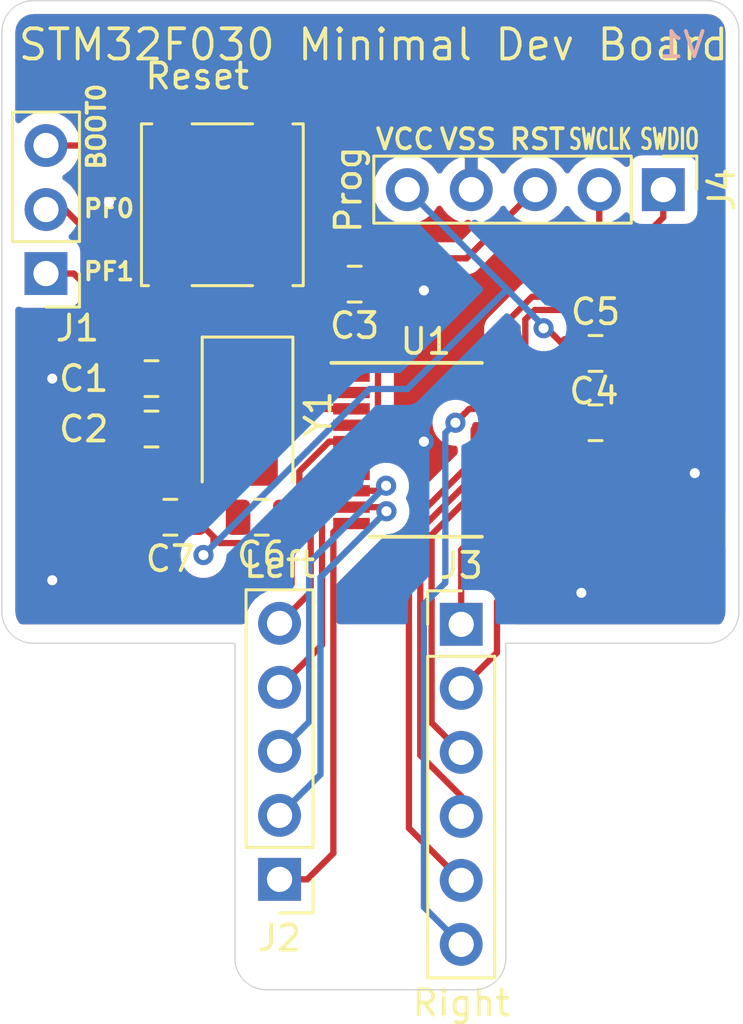
<source format=kicad_pcb>
(kicad_pcb (version 20171130) (host pcbnew 5.1.2)

  (general
    (thickness 1.6)
    (drawings 26)
    (tracks 157)
    (zones 0)
    (modules 15)
    (nets 20)
  )

  (page A4)
  (layers
    (0 F.Cu signal)
    (31 B.Cu signal)
    (32 B.Adhes user)
    (33 F.Adhes user)
    (34 B.Paste user)
    (35 F.Paste user)
    (36 B.SilkS user)
    (37 F.SilkS user)
    (38 B.Mask user)
    (39 F.Mask user)
    (40 Dwgs.User user)
    (41 Cmts.User user)
    (42 Eco1.User user)
    (43 Eco2.User user)
    (44 Edge.Cuts user)
    (45 Margin user)
    (46 B.CrtYd user)
    (47 F.CrtYd user)
    (48 B.Fab user)
    (49 F.Fab user)
  )

  (setup
    (last_trace_width 0.25)
    (trace_clearance 0.2)
    (zone_clearance 0.508)
    (zone_45_only no)
    (trace_min 0.2)
    (via_size 0.8)
    (via_drill 0.4)
    (via_min_size 0.4)
    (via_min_drill 0.3)
    (uvia_size 0.3)
    (uvia_drill 0.1)
    (uvias_allowed no)
    (uvia_min_size 0.2)
    (uvia_min_drill 0.1)
    (edge_width 0.05)
    (segment_width 0.2)
    (pcb_text_width 0.3)
    (pcb_text_size 1.5 1.5)
    (mod_edge_width 0.12)
    (mod_text_size 1 1)
    (mod_text_width 0.15)
    (pad_size 1.524 1.524)
    (pad_drill 0.762)
    (pad_to_mask_clearance 0.051)
    (solder_mask_min_width 0.25)
    (aux_axis_origin 0 0)
    (visible_elements FFFFFF7F)
    (pcbplotparams
      (layerselection 0x010fc_ffffffff)
      (usegerberextensions false)
      (usegerberattributes false)
      (usegerberadvancedattributes false)
      (creategerberjobfile false)
      (excludeedgelayer true)
      (linewidth 0.100000)
      (plotframeref false)
      (viasonmask false)
      (mode 1)
      (useauxorigin false)
      (hpglpennumber 1)
      (hpglpenspeed 20)
      (hpglpendiameter 15.000000)
      (psnegative false)
      (psa4output false)
      (plotreference true)
      (plotvalue true)
      (plotinvisibletext false)
      (padsonsilk false)
      (subtractmaskfromsilk false)
      (outputformat 1)
      (mirror false)
      (drillshape 0)
      (scaleselection 1)
      (outputdirectory "Gerber"))
  )

  (net 0 "")
  (net 1 VSS)
  (net 2 PF0)
  (net 3 PF1)
  (net 4 RST)
  (net 5 VCC)
  (net 6 BOOT0)
  (net 7 PA4)
  (net 8 PA3)
  (net 9 PA2)
  (net 10 PA1)
  (net 11 PA0)
  (net 12 PA5)
  (net 13 PA6)
  (net 14 PA7)
  (net 15 PB1)
  (net 16 PA9)
  (net 17 PA10)
  (net 18 SWDIO)
  (net 19 SWCLK)

  (net_class Default "This is the default net class."
    (clearance 0.2)
    (trace_width 0.25)
    (via_dia 0.8)
    (via_drill 0.4)
    (uvia_dia 0.3)
    (uvia_drill 0.1)
    (add_net BOOT0)
    (add_net PA0)
    (add_net PA1)
    (add_net PA10)
    (add_net PA2)
    (add_net PA3)
    (add_net PA4)
    (add_net PA5)
    (add_net PA6)
    (add_net PA7)
    (add_net PA9)
    (add_net PB1)
    (add_net PF0)
    (add_net PF1)
    (add_net RST)
    (add_net SWCLK)
    (add_net SWDIO)
    (add_net VCC)
    (add_net VSS)
  )

  (module NFCBuisness:W (layer F.Cu) (tedit 0) (tstamp 5CD1142D)
    (at 171.25 76)
    (fp_text reference Ref** (at 0 0) (layer F.SilkS) hide
      (effects (font (size 1.27 1.27) (thickness 0.15)))
    )
    (fp_text value Val** (at 0 0) (layer F.SilkS) hide
      (effects (font (size 1.27 1.27) (thickness 0.15)))
    )
    (fp_poly (pts (xy -1.630587 -2.420899) (xy -1.447524 -2.328559) (xy -1.311592 -2.194757) (xy -1.304211 -2.183555)
      (xy -1.265704 -2.11344) (xy -1.244213 -2.038839) (xy -1.23774 -1.938094) (xy -1.244287 -1.789546)
      (xy -1.255088 -1.651) (xy -1.268682 -1.442824) (xy -1.279873 -1.184894) (xy -1.287394 -0.912114)
      (xy -1.289962 -0.690936) (xy -1.289221 -0.458958) (xy -1.284387 -0.294975) (xy -1.273305 -0.182336)
      (xy -1.25382 -0.10439) (xy -1.223775 -0.044488) (xy -1.202268 -0.013603) (xy -1.116398 0.071274)
      (xy -1.002822 0.111004) (xy -0.929984 0.119227) (xy -0.68211 0.100096) (xy -0.454281 0.00289)
      (xy -0.240656 -0.175182) (xy -0.185776 -0.236175) (xy -0.081108 -0.349759) (xy 0.009066 -0.431822)
      (xy 0.066141 -0.465547) (xy 0.068112 -0.465666) (xy 0.123755 -0.432548) (xy 0.197182 -0.348904)
      (xy 0.229505 -0.301607) (xy 0.376869 -0.110873) (xy 0.526913 0.003226) (xy 0.674284 0.03902)
      (xy 0.813631 -0.005163) (xy 0.907971 -0.089777) (xy 0.988653 -0.198585) (xy 1.058934 -0.326542)
      (xy 1.126082 -0.490779) (xy 1.197364 -0.708426) (xy 1.255985 -0.910166) (xy 1.31545 -1.12099)
      (xy 1.377683 -1.340443) (xy 1.431333 -1.528529) (xy 1.442246 -1.566558) (xy 1.521416 -1.84195)
      (xy 1.949565 -2.005418) (xy 2.167567 -2.084028) (xy 2.315998 -2.126297) (xy 2.401001 -2.133773)
      (xy 2.422145 -2.124455) (xy 2.452677 -2.065526) (xy 2.41974 -2.005855) (xy 2.317286 -1.940366)
      (xy 2.13927 -1.863979) (xy 2.089887 -1.8454) (xy 1.930263 -1.78316) (xy 1.799296 -1.726134)
      (xy 1.71927 -1.684217) (xy 1.708527 -1.676067) (xy 1.680315 -1.619963) (xy 1.636526 -1.498254)
      (xy 1.582553 -1.327363) (xy 1.52379 -1.123712) (xy 1.507251 -1.063196) (xy 1.396737 -0.68139)
      (xy 1.290651 -0.376432) (xy 1.184846 -0.140938) (xy 1.075173 0.032475) (xy 0.957485 0.15119)
      (xy 0.827635 0.222591) (xy 0.776069 0.238398) (xy 0.602379 0.241191) (xy 0.418574 0.174646)
      (xy 0.246259 0.047924) (xy 0.192569 -0.009056) (xy 0.041511 -0.185533) (xy -0.128458 -0.008645)
      (xy -0.312966 0.157866) (xy -0.496288 0.260737) (xy -0.709082 0.314778) (xy -0.823587 0.327186)
      (xy -0.981029 0.333485) (xy -1.090094 0.317957) (xy -1.185756 0.27362) (xy -1.227666 0.246552)
      (xy -1.355913 0.118677) (xy -1.447302 -0.068507) (xy -1.502345 -0.318683) (xy -1.521551 -0.635539)
      (xy -1.505431 -1.022758) (xy -1.460818 -1.436924) (xy -1.432055 -1.688127) (xy -1.424811 -1.871541)
      (xy -1.442863 -2.002167) (xy -1.489991 -2.095003) (xy -1.569973 -2.165049) (xy -1.656298 -2.212878)
      (xy -1.801342 -2.257899) (xy -1.939703 -2.239415) (xy -2.087459 -2.15265) (xy -2.203421 -2.05035)
      (xy -2.298884 -1.96489) (xy -2.361491 -1.934189) (xy -2.413708 -1.94891) (xy -2.426473 -1.957639)
      (xy -2.473927 -2.002339) (xy -2.467648 -2.051331) (xy -2.429475 -2.110518) (xy -2.32004 -2.223928)
      (xy -2.167499 -2.330713) (xy -2.002595 -2.413218) (xy -1.856072 -2.453788) (xy -1.829026 -2.455333)
      (xy -1.630587 -2.420899)) (layer F.Cu) (width 0.01))
  )

  (module Capacitor_SMD:C_0805_2012Metric (layer F.Cu) (tedit 5B36C52B) (tstamp 5CD10DAE)
    (at 150.9375 68 180)
    (descr "Capacitor SMD 0805 (2012 Metric), square (rectangular) end terminal, IPC_7351 nominal, (Body size source: https://docs.google.com/spreadsheets/d/1BsfQQcO9C6DZCsRaXUlFlo91Tg2WpOkGARC1WS5S8t0/edit?usp=sharing), generated with kicad-footprint-generator")
    (tags capacitor)
    (path /5CD2AF89)
    (attr smd)
    (fp_text reference C1 (at 2.6875 0) (layer F.SilkS)
      (effects (font (size 1 1) (thickness 0.15)))
    )
    (fp_text value C_Small (at 0 1.65) (layer F.Fab)
      (effects (font (size 1 1) (thickness 0.15)))
    )
    (fp_text user %R (at 0 0) (layer F.Fab)
      (effects (font (size 0.5 0.5) (thickness 0.08)))
    )
    (fp_line (start 1.68 0.95) (end -1.68 0.95) (layer F.CrtYd) (width 0.05))
    (fp_line (start 1.68 -0.95) (end 1.68 0.95) (layer F.CrtYd) (width 0.05))
    (fp_line (start -1.68 -0.95) (end 1.68 -0.95) (layer F.CrtYd) (width 0.05))
    (fp_line (start -1.68 0.95) (end -1.68 -0.95) (layer F.CrtYd) (width 0.05))
    (fp_line (start -0.258578 0.71) (end 0.258578 0.71) (layer F.SilkS) (width 0.12))
    (fp_line (start -0.258578 -0.71) (end 0.258578 -0.71) (layer F.SilkS) (width 0.12))
    (fp_line (start 1 0.6) (end -1 0.6) (layer F.Fab) (width 0.1))
    (fp_line (start 1 -0.6) (end 1 0.6) (layer F.Fab) (width 0.1))
    (fp_line (start -1 -0.6) (end 1 -0.6) (layer F.Fab) (width 0.1))
    (fp_line (start -1 0.6) (end -1 -0.6) (layer F.Fab) (width 0.1))
    (pad 2 smd roundrect (at 0.9375 0 180) (size 0.975 1.4) (layers F.Cu F.Paste F.Mask) (roundrect_rratio 0.25)
      (net 1 VSS))
    (pad 1 smd roundrect (at -0.9375 0 180) (size 0.975 1.4) (layers F.Cu F.Paste F.Mask) (roundrect_rratio 0.25)
      (net 2 PF0))
    (model ${KISYS3DMOD}/Capacitor_SMD.3dshapes/C_0805_2012Metric.wrl
      (at (xyz 0 0 0))
      (scale (xyz 1 1 1))
      (rotate (xyz 0 0 0))
    )
  )

  (module Capacitor_SMD:C_0805_2012Metric (layer F.Cu) (tedit 5B36C52B) (tstamp 5CD103D7)
    (at 150.9375 70 180)
    (descr "Capacitor SMD 0805 (2012 Metric), square (rectangular) end terminal, IPC_7351 nominal, (Body size source: https://docs.google.com/spreadsheets/d/1BsfQQcO9C6DZCsRaXUlFlo91Tg2WpOkGARC1WS5S8t0/edit?usp=sharing), generated with kicad-footprint-generator")
    (tags capacitor)
    (path /5CD2B13B)
    (attr smd)
    (fp_text reference C2 (at 2.6875 0) (layer F.SilkS)
      (effects (font (size 1 1) (thickness 0.15)))
    )
    (fp_text value C_Small (at 0 1.65) (layer F.Fab)
      (effects (font (size 1 1) (thickness 0.15)))
    )
    (fp_line (start -1 0.6) (end -1 -0.6) (layer F.Fab) (width 0.1))
    (fp_line (start -1 -0.6) (end 1 -0.6) (layer F.Fab) (width 0.1))
    (fp_line (start 1 -0.6) (end 1 0.6) (layer F.Fab) (width 0.1))
    (fp_line (start 1 0.6) (end -1 0.6) (layer F.Fab) (width 0.1))
    (fp_line (start -0.258578 -0.71) (end 0.258578 -0.71) (layer F.SilkS) (width 0.12))
    (fp_line (start -0.258578 0.71) (end 0.258578 0.71) (layer F.SilkS) (width 0.12))
    (fp_line (start -1.68 0.95) (end -1.68 -0.95) (layer F.CrtYd) (width 0.05))
    (fp_line (start -1.68 -0.95) (end 1.68 -0.95) (layer F.CrtYd) (width 0.05))
    (fp_line (start 1.68 -0.95) (end 1.68 0.95) (layer F.CrtYd) (width 0.05))
    (fp_line (start 1.68 0.95) (end -1.68 0.95) (layer F.CrtYd) (width 0.05))
    (fp_text user %R (at 0 0) (layer F.Fab)
      (effects (font (size 0.5 0.5) (thickness 0.08)))
    )
    (pad 1 smd roundrect (at -0.9375 0 180) (size 0.975 1.4) (layers F.Cu F.Paste F.Mask) (roundrect_rratio 0.25)
      (net 3 PF1))
    (pad 2 smd roundrect (at 0.9375 0 180) (size 0.975 1.4) (layers F.Cu F.Paste F.Mask) (roundrect_rratio 0.25)
      (net 1 VSS))
    (model ${KISYS3DMOD}/Capacitor_SMD.3dshapes/C_0805_2012Metric.wrl
      (at (xyz 0 0 0))
      (scale (xyz 1 1 1))
      (rotate (xyz 0 0 0))
    )
  )

  (module Capacitor_SMD:C_0805_2012Metric (layer F.Cu) (tedit 5B36C52B) (tstamp 5CD103E8)
    (at 159 64.25 180)
    (descr "Capacitor SMD 0805 (2012 Metric), square (rectangular) end terminal, IPC_7351 nominal, (Body size source: https://docs.google.com/spreadsheets/d/1BsfQQcO9C6DZCsRaXUlFlo91Tg2WpOkGARC1WS5S8t0/edit?usp=sharing), generated with kicad-footprint-generator")
    (tags capacitor)
    (path /5CD23C68)
    (attr smd)
    (fp_text reference C3 (at 0 -1.65) (layer F.SilkS)
      (effects (font (size 1 1) (thickness 0.15)))
    )
    (fp_text value 100nF (at 0 1.65) (layer F.Fab)
      (effects (font (size 1 1) (thickness 0.15)))
    )
    (fp_line (start -1 0.6) (end -1 -0.6) (layer F.Fab) (width 0.1))
    (fp_line (start -1 -0.6) (end 1 -0.6) (layer F.Fab) (width 0.1))
    (fp_line (start 1 -0.6) (end 1 0.6) (layer F.Fab) (width 0.1))
    (fp_line (start 1 0.6) (end -1 0.6) (layer F.Fab) (width 0.1))
    (fp_line (start -0.258578 -0.71) (end 0.258578 -0.71) (layer F.SilkS) (width 0.12))
    (fp_line (start -0.258578 0.71) (end 0.258578 0.71) (layer F.SilkS) (width 0.12))
    (fp_line (start -1.68 0.95) (end -1.68 -0.95) (layer F.CrtYd) (width 0.05))
    (fp_line (start -1.68 -0.95) (end 1.68 -0.95) (layer F.CrtYd) (width 0.05))
    (fp_line (start 1.68 -0.95) (end 1.68 0.95) (layer F.CrtYd) (width 0.05))
    (fp_line (start 1.68 0.95) (end -1.68 0.95) (layer F.CrtYd) (width 0.05))
    (fp_text user %R (at 0 0) (layer F.Fab)
      (effects (font (size 0.5 0.5) (thickness 0.08)))
    )
    (pad 1 smd roundrect (at -0.9375 0 180) (size 0.975 1.4) (layers F.Cu F.Paste F.Mask) (roundrect_rratio 0.25)
      (net 1 VSS))
    (pad 2 smd roundrect (at 0.9375 0 180) (size 0.975 1.4) (layers F.Cu F.Paste F.Mask) (roundrect_rratio 0.25)
      (net 4 RST))
    (model ${KISYS3DMOD}/Capacitor_SMD.3dshapes/C_0805_2012Metric.wrl
      (at (xyz 0 0 0))
      (scale (xyz 1 1 1))
      (rotate (xyz 0 0 0))
    )
  )

  (module Capacitor_SMD:C_0805_2012Metric (layer F.Cu) (tedit 5B36C52B) (tstamp 5CD103F9)
    (at 168.5625 69.75)
    (descr "Capacitor SMD 0805 (2012 Metric), square (rectangular) end terminal, IPC_7351 nominal, (Body size source: https://docs.google.com/spreadsheets/d/1BsfQQcO9C6DZCsRaXUlFlo91Tg2WpOkGARC1WS5S8t0/edit?usp=sharing), generated with kicad-footprint-generator")
    (tags capacitor)
    (path /5CD21E9E)
    (attr smd)
    (fp_text reference C4 (at -0.0625 -1.25) (layer F.SilkS)
      (effects (font (size 1 1) (thickness 0.15)))
    )
    (fp_text value 4.7uF (at 0 1.65) (layer F.Fab)
      (effects (font (size 1 1) (thickness 0.15)))
    )
    (fp_text user %R (at 0 0) (layer F.Fab)
      (effects (font (size 0.5 0.5) (thickness 0.08)))
    )
    (fp_line (start 1.68 0.95) (end -1.68 0.95) (layer F.CrtYd) (width 0.05))
    (fp_line (start 1.68 -0.95) (end 1.68 0.95) (layer F.CrtYd) (width 0.05))
    (fp_line (start -1.68 -0.95) (end 1.68 -0.95) (layer F.CrtYd) (width 0.05))
    (fp_line (start -1.68 0.95) (end -1.68 -0.95) (layer F.CrtYd) (width 0.05))
    (fp_line (start -0.258578 0.71) (end 0.258578 0.71) (layer F.SilkS) (width 0.12))
    (fp_line (start -0.258578 -0.71) (end 0.258578 -0.71) (layer F.SilkS) (width 0.12))
    (fp_line (start 1 0.6) (end -1 0.6) (layer F.Fab) (width 0.1))
    (fp_line (start 1 -0.6) (end 1 0.6) (layer F.Fab) (width 0.1))
    (fp_line (start -1 -0.6) (end 1 -0.6) (layer F.Fab) (width 0.1))
    (fp_line (start -1 0.6) (end -1 -0.6) (layer F.Fab) (width 0.1))
    (pad 2 smd roundrect (at 0.9375 0) (size 0.975 1.4) (layers F.Cu F.Paste F.Mask) (roundrect_rratio 0.25)
      (net 1 VSS))
    (pad 1 smd roundrect (at -0.9375 0) (size 0.975 1.4) (layers F.Cu F.Paste F.Mask) (roundrect_rratio 0.25)
      (net 5 VCC))
    (model ${KISYS3DMOD}/Capacitor_SMD.3dshapes/C_0805_2012Metric.wrl
      (at (xyz 0 0 0))
      (scale (xyz 1 1 1))
      (rotate (xyz 0 0 0))
    )
  )

  (module Capacitor_SMD:C_0805_2012Metric (layer F.Cu) (tedit 5B36C52B) (tstamp 5CD1040A)
    (at 168.5625 67)
    (descr "Capacitor SMD 0805 (2012 Metric), square (rectangular) end terminal, IPC_7351 nominal, (Body size source: https://docs.google.com/spreadsheets/d/1BsfQQcO9C6DZCsRaXUlFlo91Tg2WpOkGARC1WS5S8t0/edit?usp=sharing), generated with kicad-footprint-generator")
    (tags capacitor)
    (path /5CD21ABB)
    (attr smd)
    (fp_text reference C5 (at 0 -1.65) (layer F.SilkS)
      (effects (font (size 1 1) (thickness 0.15)))
    )
    (fp_text value 100nF (at 0 1.65) (layer F.Fab)
      (effects (font (size 1 1) (thickness 0.15)))
    )
    (fp_line (start -1 0.6) (end -1 -0.6) (layer F.Fab) (width 0.1))
    (fp_line (start -1 -0.6) (end 1 -0.6) (layer F.Fab) (width 0.1))
    (fp_line (start 1 -0.6) (end 1 0.6) (layer F.Fab) (width 0.1))
    (fp_line (start 1 0.6) (end -1 0.6) (layer F.Fab) (width 0.1))
    (fp_line (start -0.258578 -0.71) (end 0.258578 -0.71) (layer F.SilkS) (width 0.12))
    (fp_line (start -0.258578 0.71) (end 0.258578 0.71) (layer F.SilkS) (width 0.12))
    (fp_line (start -1.68 0.95) (end -1.68 -0.95) (layer F.CrtYd) (width 0.05))
    (fp_line (start -1.68 -0.95) (end 1.68 -0.95) (layer F.CrtYd) (width 0.05))
    (fp_line (start 1.68 -0.95) (end 1.68 0.95) (layer F.CrtYd) (width 0.05))
    (fp_line (start 1.68 0.95) (end -1.68 0.95) (layer F.CrtYd) (width 0.05))
    (fp_text user %R (at 0 0) (layer F.Fab)
      (effects (font (size 0.5 0.5) (thickness 0.08)))
    )
    (pad 1 smd roundrect (at -0.9375 0) (size 0.975 1.4) (layers F.Cu F.Paste F.Mask) (roundrect_rratio 0.25)
      (net 5 VCC))
    (pad 2 smd roundrect (at 0.9375 0) (size 0.975 1.4) (layers F.Cu F.Paste F.Mask) (roundrect_rratio 0.25)
      (net 1 VSS))
    (model ${KISYS3DMOD}/Capacitor_SMD.3dshapes/C_0805_2012Metric.wrl
      (at (xyz 0 0 0))
      (scale (xyz 1 1 1))
      (rotate (xyz 0 0 0))
    )
  )

  (module Capacitor_SMD:C_0805_2012Metric (layer F.Cu) (tedit 5B36C52B) (tstamp 5CD1041B)
    (at 155.3125 73.5 180)
    (descr "Capacitor SMD 0805 (2012 Metric), square (rectangular) end terminal, IPC_7351 nominal, (Body size source: https://docs.google.com/spreadsheets/d/1BsfQQcO9C6DZCsRaXUlFlo91Tg2WpOkGARC1WS5S8t0/edit?usp=sharing), generated with kicad-footprint-generator")
    (tags capacitor)
    (path /5CD22406)
    (attr smd)
    (fp_text reference C6 (at 0 -1.5) (layer F.SilkS)
      (effects (font (size 1 1) (thickness 0.15)))
    )
    (fp_text value 1uF (at 0 1.65) (layer F.Fab)
      (effects (font (size 1 1) (thickness 0.15)))
    )
    (fp_text user %R (at 0 0) (layer F.Fab)
      (effects (font (size 0.5 0.5) (thickness 0.08)))
    )
    (fp_line (start 1.68 0.95) (end -1.68 0.95) (layer F.CrtYd) (width 0.05))
    (fp_line (start 1.68 -0.95) (end 1.68 0.95) (layer F.CrtYd) (width 0.05))
    (fp_line (start -1.68 -0.95) (end 1.68 -0.95) (layer F.CrtYd) (width 0.05))
    (fp_line (start -1.68 0.95) (end -1.68 -0.95) (layer F.CrtYd) (width 0.05))
    (fp_line (start -0.258578 0.71) (end 0.258578 0.71) (layer F.SilkS) (width 0.12))
    (fp_line (start -0.258578 -0.71) (end 0.258578 -0.71) (layer F.SilkS) (width 0.12))
    (fp_line (start 1 0.6) (end -1 0.6) (layer F.Fab) (width 0.1))
    (fp_line (start 1 -0.6) (end 1 0.6) (layer F.Fab) (width 0.1))
    (fp_line (start -1 -0.6) (end 1 -0.6) (layer F.Fab) (width 0.1))
    (fp_line (start -1 0.6) (end -1 -0.6) (layer F.Fab) (width 0.1))
    (pad 2 smd roundrect (at 0.9375 0 180) (size 0.975 1.4) (layers F.Cu F.Paste F.Mask) (roundrect_rratio 0.25)
      (net 1 VSS))
    (pad 1 smd roundrect (at -0.9375 0 180) (size 0.975 1.4) (layers F.Cu F.Paste F.Mask) (roundrect_rratio 0.25)
      (net 5 VCC))
    (model ${KISYS3DMOD}/Capacitor_SMD.3dshapes/C_0805_2012Metric.wrl
      (at (xyz 0 0 0))
      (scale (xyz 1 1 1))
      (rotate (xyz 0 0 0))
    )
  )

  (module Capacitor_SMD:C_0805_2012Metric (layer F.Cu) (tedit 5B36C52B) (tstamp 5CD114C1)
    (at 151.6875 73.5 180)
    (descr "Capacitor SMD 0805 (2012 Metric), square (rectangular) end terminal, IPC_7351 nominal, (Body size source: https://docs.google.com/spreadsheets/d/1BsfQQcO9C6DZCsRaXUlFlo91Tg2WpOkGARC1WS5S8t0/edit?usp=sharing), generated with kicad-footprint-generator")
    (tags capacitor)
    (path /5CD22026)
    (attr smd)
    (fp_text reference C7 (at 0 -1.65) (layer F.SilkS)
      (effects (font (size 1 1) (thickness 0.15)))
    )
    (fp_text value 10nF (at 0 1.65) (layer F.Fab)
      (effects (font (size 1 1) (thickness 0.15)))
    )
    (fp_line (start -1 0.6) (end -1 -0.6) (layer F.Fab) (width 0.1))
    (fp_line (start -1 -0.6) (end 1 -0.6) (layer F.Fab) (width 0.1))
    (fp_line (start 1 -0.6) (end 1 0.6) (layer F.Fab) (width 0.1))
    (fp_line (start 1 0.6) (end -1 0.6) (layer F.Fab) (width 0.1))
    (fp_line (start -0.258578 -0.71) (end 0.258578 -0.71) (layer F.SilkS) (width 0.12))
    (fp_line (start -0.258578 0.71) (end 0.258578 0.71) (layer F.SilkS) (width 0.12))
    (fp_line (start -1.68 0.95) (end -1.68 -0.95) (layer F.CrtYd) (width 0.05))
    (fp_line (start -1.68 -0.95) (end 1.68 -0.95) (layer F.CrtYd) (width 0.05))
    (fp_line (start 1.68 -0.95) (end 1.68 0.95) (layer F.CrtYd) (width 0.05))
    (fp_line (start 1.68 0.95) (end -1.68 0.95) (layer F.CrtYd) (width 0.05))
    (fp_text user %R (at 0 0) (layer F.Fab)
      (effects (font (size 0.5 0.5) (thickness 0.08)))
    )
    (pad 1 smd roundrect (at -0.9375 0 180) (size 0.975 1.4) (layers F.Cu F.Paste F.Mask) (roundrect_rratio 0.25)
      (net 5 VCC))
    (pad 2 smd roundrect (at 0.9375 0 180) (size 0.975 1.4) (layers F.Cu F.Paste F.Mask) (roundrect_rratio 0.25)
      (net 1 VSS))
    (model ${KISYS3DMOD}/Capacitor_SMD.3dshapes/C_0805_2012Metric.wrl
      (at (xyz 0 0 0))
      (scale (xyz 1 1 1))
      (rotate (xyz 0 0 0))
    )
  )

  (module Connector_PinHeader_2.54mm:PinHeader_1x03_P2.54mm_Vertical (layer F.Cu) (tedit 59FED5CC) (tstamp 5CD10443)
    (at 146.75 63.83 180)
    (descr "Through hole straight pin header, 1x03, 2.54mm pitch, single row")
    (tags "Through hole pin header THT 1x03 2.54mm single row")
    (path /5CD32402)
    (fp_text reference J1 (at -1.25 -2.17) (layer F.SilkS)
      (effects (font (size 1 1) (thickness 0.15)))
    )
    (fp_text value Aux (at 0 7.41) (layer F.Fab)
      (effects (font (size 1 1) (thickness 0.15)))
    )
    (fp_line (start -0.635 -1.27) (end 1.27 -1.27) (layer F.Fab) (width 0.1))
    (fp_line (start 1.27 -1.27) (end 1.27 6.35) (layer F.Fab) (width 0.1))
    (fp_line (start 1.27 6.35) (end -1.27 6.35) (layer F.Fab) (width 0.1))
    (fp_line (start -1.27 6.35) (end -1.27 -0.635) (layer F.Fab) (width 0.1))
    (fp_line (start -1.27 -0.635) (end -0.635 -1.27) (layer F.Fab) (width 0.1))
    (fp_line (start -1.33 6.41) (end 1.33 6.41) (layer F.SilkS) (width 0.12))
    (fp_line (start -1.33 1.27) (end -1.33 6.41) (layer F.SilkS) (width 0.12))
    (fp_line (start 1.33 1.27) (end 1.33 6.41) (layer F.SilkS) (width 0.12))
    (fp_line (start -1.33 1.27) (end 1.33 1.27) (layer F.SilkS) (width 0.12))
    (fp_line (start -1.33 0) (end -1.33 -1.33) (layer F.SilkS) (width 0.12))
    (fp_line (start -1.33 -1.33) (end 0 -1.33) (layer F.SilkS) (width 0.12))
    (fp_line (start -1.8 -1.8) (end -1.8 6.85) (layer F.CrtYd) (width 0.05))
    (fp_line (start -1.8 6.85) (end 1.8 6.85) (layer F.CrtYd) (width 0.05))
    (fp_line (start 1.8 6.85) (end 1.8 -1.8) (layer F.CrtYd) (width 0.05))
    (fp_line (start 1.8 -1.8) (end -1.8 -1.8) (layer F.CrtYd) (width 0.05))
    (fp_text user %R (at 0 2.54 90) (layer F.Fab)
      (effects (font (size 1 1) (thickness 0.15)))
    )
    (pad 1 thru_hole rect (at 0 0 180) (size 1.7 1.7) (drill 1) (layers *.Cu *.Mask)
      (net 3 PF1))
    (pad 2 thru_hole oval (at 0 2.54 180) (size 1.7 1.7) (drill 1) (layers *.Cu *.Mask)
      (net 2 PF0))
    (pad 3 thru_hole oval (at 0 5.08 180) (size 1.7 1.7) (drill 1) (layers *.Cu *.Mask)
      (net 6 BOOT0))
    (model ${KISYS3DMOD}/Connector_PinHeader_2.54mm.3dshapes/PinHeader_1x03_P2.54mm_Vertical.wrl
      (at (xyz 0 0 0))
      (scale (xyz 1 1 1))
      (rotate (xyz 0 0 0))
    )
  )

  (module Connector_PinHeader_2.54mm:PinHeader_1x05_P2.54mm_Vertical (layer F.Cu) (tedit 59FED5CC) (tstamp 5CD10C9C)
    (at 156.02 87.87 180)
    (descr "Through hole straight pin header, 1x05, 2.54mm pitch, single row")
    (tags "Through hole pin header THT 1x05 2.54mm single row")
    (path /5CD35A96)
    (fp_text reference J2 (at 0 -2.33) (layer F.SilkS)
      (effects (font (size 1 1) (thickness 0.15)))
    )
    (fp_text value Left (at 0 12.49) (layer F.SilkS)
      (effects (font (size 1 1) (thickness 0.15)))
    )
    (fp_line (start -0.635 -1.27) (end 1.27 -1.27) (layer F.Fab) (width 0.1))
    (fp_line (start 1.27 -1.27) (end 1.27 11.43) (layer F.Fab) (width 0.1))
    (fp_line (start 1.27 11.43) (end -1.27 11.43) (layer F.Fab) (width 0.1))
    (fp_line (start -1.27 11.43) (end -1.27 -0.635) (layer F.Fab) (width 0.1))
    (fp_line (start -1.27 -0.635) (end -0.635 -1.27) (layer F.Fab) (width 0.1))
    (fp_line (start -1.33 11.49) (end 1.33 11.49) (layer F.SilkS) (width 0.12))
    (fp_line (start -1.33 1.27) (end -1.33 11.49) (layer F.SilkS) (width 0.12))
    (fp_line (start 1.33 1.27) (end 1.33 11.49) (layer F.SilkS) (width 0.12))
    (fp_line (start -1.33 1.27) (end 1.33 1.27) (layer F.SilkS) (width 0.12))
    (fp_line (start -1.33 0) (end -1.33 -1.33) (layer F.SilkS) (width 0.12))
    (fp_line (start -1.33 -1.33) (end 0 -1.33) (layer F.SilkS) (width 0.12))
    (fp_line (start -1.8 -1.8) (end -1.8 11.95) (layer F.CrtYd) (width 0.05))
    (fp_line (start -1.8 11.95) (end 1.8 11.95) (layer F.CrtYd) (width 0.05))
    (fp_line (start 1.8 11.95) (end 1.8 -1.8) (layer F.CrtYd) (width 0.05))
    (fp_line (start 1.8 -1.8) (end -1.8 -1.8) (layer F.CrtYd) (width 0.05))
    (fp_text user %R (at 0 5.08 90) (layer F.Fab)
      (effects (font (size 1 1) (thickness 0.15)))
    )
    (pad 1 thru_hole rect (at 0 0 180) (size 1.7 1.7) (drill 1) (layers *.Cu *.Mask)
      (net 7 PA4))
    (pad 2 thru_hole oval (at 0 2.54 180) (size 1.7 1.7) (drill 1) (layers *.Cu *.Mask)
      (net 8 PA3))
    (pad 3 thru_hole oval (at 0 5.08 180) (size 1.7 1.7) (drill 1) (layers *.Cu *.Mask)
      (net 9 PA2))
    (pad 4 thru_hole oval (at 0 7.62 180) (size 1.7 1.7) (drill 1) (layers *.Cu *.Mask)
      (net 10 PA1))
    (pad 5 thru_hole oval (at 0 10.16 180) (size 1.7 1.7) (drill 1) (layers *.Cu *.Mask)
      (net 11 PA0))
    (model ${KISYS3DMOD}/Connector_PinHeader_2.54mm.3dshapes/PinHeader_1x05_P2.54mm_Vertical.wrl
      (at (xyz 0 0 0))
      (scale (xyz 1 1 1))
      (rotate (xyz 0 0 0))
    )
  )

  (module Connector_PinHeader_2.54mm:PinHeader_1x06_P2.54mm_Vertical (layer F.Cu) (tedit 59FED5CC) (tstamp 5CD10476)
    (at 163.23 77.75)
    (descr "Through hole straight pin header, 1x06, 2.54mm pitch, single row")
    (tags "Through hole pin header THT 1x06 2.54mm single row")
    (path /5CD3FA78)
    (fp_text reference J3 (at 0 -2.33) (layer F.SilkS)
      (effects (font (size 1 1) (thickness 0.15)))
    )
    (fp_text value Right (at 0 15.03) (layer F.SilkS)
      (effects (font (size 1 1) (thickness 0.15)))
    )
    (fp_line (start -0.635 -1.27) (end 1.27 -1.27) (layer F.Fab) (width 0.1))
    (fp_line (start 1.27 -1.27) (end 1.27 13.97) (layer F.Fab) (width 0.1))
    (fp_line (start 1.27 13.97) (end -1.27 13.97) (layer F.Fab) (width 0.1))
    (fp_line (start -1.27 13.97) (end -1.27 -0.635) (layer F.Fab) (width 0.1))
    (fp_line (start -1.27 -0.635) (end -0.635 -1.27) (layer F.Fab) (width 0.1))
    (fp_line (start -1.33 14.03) (end 1.33 14.03) (layer F.SilkS) (width 0.12))
    (fp_line (start -1.33 1.27) (end -1.33 14.03) (layer F.SilkS) (width 0.12))
    (fp_line (start 1.33 1.27) (end 1.33 14.03) (layer F.SilkS) (width 0.12))
    (fp_line (start -1.33 1.27) (end 1.33 1.27) (layer F.SilkS) (width 0.12))
    (fp_line (start -1.33 0) (end -1.33 -1.33) (layer F.SilkS) (width 0.12))
    (fp_line (start -1.33 -1.33) (end 0 -1.33) (layer F.SilkS) (width 0.12))
    (fp_line (start -1.8 -1.8) (end -1.8 14.5) (layer F.CrtYd) (width 0.05))
    (fp_line (start -1.8 14.5) (end 1.8 14.5) (layer F.CrtYd) (width 0.05))
    (fp_line (start 1.8 14.5) (end 1.8 -1.8) (layer F.CrtYd) (width 0.05))
    (fp_line (start 1.8 -1.8) (end -1.8 -1.8) (layer F.CrtYd) (width 0.05))
    (fp_text user %R (at 0 6.35 90) (layer F.Fab)
      (effects (font (size 1 1) (thickness 0.15)))
    )
    (pad 1 thru_hole rect (at 0 0) (size 1.7 1.7) (drill 1) (layers *.Cu *.Mask)
      (net 12 PA5))
    (pad 2 thru_hole oval (at 0 2.54) (size 1.7 1.7) (drill 1) (layers *.Cu *.Mask)
      (net 13 PA6))
    (pad 3 thru_hole oval (at 0 5.08) (size 1.7 1.7) (drill 1) (layers *.Cu *.Mask)
      (net 14 PA7))
    (pad 4 thru_hole oval (at 0 7.62) (size 1.7 1.7) (drill 1) (layers *.Cu *.Mask)
      (net 15 PB1))
    (pad 5 thru_hole oval (at 0 10.16) (size 1.7 1.7) (drill 1) (layers *.Cu *.Mask)
      (net 16 PA9))
    (pad 6 thru_hole oval (at 0 12.7) (size 1.7 1.7) (drill 1) (layers *.Cu *.Mask)
      (net 17 PA10))
    (model ${KISYS3DMOD}/Connector_PinHeader_2.54mm.3dshapes/PinHeader_1x06_P2.54mm_Vertical.wrl
      (at (xyz 0 0 0))
      (scale (xyz 1 1 1))
      (rotate (xyz 0 0 0))
    )
  )

  (module Connector_PinHeader_2.54mm:PinHeader_1x05_P2.54mm_Vertical (layer F.Cu) (tedit 59FED5CC) (tstamp 5CD11027)
    (at 171.25 60.5 270)
    (descr "Through hole straight pin header, 1x05, 2.54mm pitch, single row")
    (tags "Through hole pin header THT 1x05 2.54mm single row")
    (path /5CD4FE34)
    (fp_text reference J4 (at 0 -2.33 90) (layer F.SilkS)
      (effects (font (size 1 1) (thickness 0.15)))
    )
    (fp_text value Prog (at 0 12.5 90) (layer F.SilkS)
      (effects (font (size 1 1) (thickness 0.15)))
    )
    (fp_text user %R (at 0 5.08) (layer F.Fab)
      (effects (font (size 1 1) (thickness 0.15)))
    )
    (fp_line (start 1.8 -1.8) (end -1.8 -1.8) (layer F.CrtYd) (width 0.05))
    (fp_line (start 1.8 11.95) (end 1.8 -1.8) (layer F.CrtYd) (width 0.05))
    (fp_line (start -1.8 11.95) (end 1.8 11.95) (layer F.CrtYd) (width 0.05))
    (fp_line (start -1.8 -1.8) (end -1.8 11.95) (layer F.CrtYd) (width 0.05))
    (fp_line (start -1.33 -1.33) (end 0 -1.33) (layer F.SilkS) (width 0.12))
    (fp_line (start -1.33 0) (end -1.33 -1.33) (layer F.SilkS) (width 0.12))
    (fp_line (start -1.33 1.27) (end 1.33 1.27) (layer F.SilkS) (width 0.12))
    (fp_line (start 1.33 1.27) (end 1.33 11.49) (layer F.SilkS) (width 0.12))
    (fp_line (start -1.33 1.27) (end -1.33 11.49) (layer F.SilkS) (width 0.12))
    (fp_line (start -1.33 11.49) (end 1.33 11.49) (layer F.SilkS) (width 0.12))
    (fp_line (start -1.27 -0.635) (end -0.635 -1.27) (layer F.Fab) (width 0.1))
    (fp_line (start -1.27 11.43) (end -1.27 -0.635) (layer F.Fab) (width 0.1))
    (fp_line (start 1.27 11.43) (end -1.27 11.43) (layer F.Fab) (width 0.1))
    (fp_line (start 1.27 -1.27) (end 1.27 11.43) (layer F.Fab) (width 0.1))
    (fp_line (start -0.635 -1.27) (end 1.27 -1.27) (layer F.Fab) (width 0.1))
    (pad 5 thru_hole oval (at 0 10.16 270) (size 1.7 1.7) (drill 1) (layers *.Cu *.Mask)
      (net 5 VCC))
    (pad 4 thru_hole oval (at 0 7.62 270) (size 1.7 1.7) (drill 1) (layers *.Cu *.Mask)
      (net 1 VSS))
    (pad 3 thru_hole oval (at 0 5.08 270) (size 1.7 1.7) (drill 1) (layers *.Cu *.Mask)
      (net 4 RST))
    (pad 2 thru_hole oval (at 0 2.54 270) (size 1.7 1.7) (drill 1) (layers *.Cu *.Mask)
      (net 19 SWCLK))
    (pad 1 thru_hole rect (at 0 0 270) (size 1.7 1.7) (drill 1) (layers *.Cu *.Mask)
      (net 18 SWDIO))
    (model ${KISYS3DMOD}/Connector_PinHeader_2.54mm.3dshapes/PinHeader_1x05_P2.54mm_Vertical.wrl
      (at (xyz 0 0 0))
      (scale (xyz 1 1 1))
      (rotate (xyz 0 0 0))
    )
  )

  (module Button_Switch_SMD:SW_Push_1P1T_NO_CK_KSC7xxJ (layer F.Cu) (tedit 5C63FE2A) (tstamp 5CD104A9)
    (at 153.75 61.1 270)
    (descr "CK components KSC7 tactile switch https://www.ckswitches.com/media/1973/ksc7.pdf")
    (tags "tactile switch ksc7")
    (path /5CD2F904)
    (attr smd)
    (fp_text reference Reset (at -5.1 1 180) (layer F.SilkS)
      (effects (font (size 1 1) (thickness 0.15)))
    )
    (fp_text value SW_DIP_x01 (at 0 -4.23 90) (layer F.Fab)
      (effects (font (size 1 1) (thickness 0.15)))
    )
    (fp_line (start -3.1 -3.1) (end 3.1 -3.1) (layer F.Fab) (width 0.1))
    (fp_line (start 3.1 -3.1) (end 3.1 3.1) (layer F.Fab) (width 0.1))
    (fp_line (start 3.1 3.1) (end -3.1 3.1) (layer F.Fab) (width 0.1))
    (fp_line (start -3.1 3.1) (end -3.1 -3.1) (layer F.Fab) (width 0.1))
    (fp_text user %R (at 0 0 90) (layer F.Fab)
      (effects (font (size 1 1) (thickness 0.15)))
    )
    (fp_line (start -4.55 -3.35) (end 4.55 -3.35) (layer F.CrtYd) (width 0.05))
    (fp_line (start 4.55 -3.35) (end 4.55 3.35) (layer F.CrtYd) (width 0.05))
    (fp_line (start 4.55 3.35) (end -4.55 3.35) (layer F.CrtYd) (width 0.05))
    (fp_line (start -4.55 3.35) (end -4.55 -3.35) (layer F.CrtYd) (width 0.05))
    (fp_circle (center 0 0) (end 1.5 0) (layer F.Fab) (width 0.1))
    (fp_line (start -3.21 2.8) (end -3.21 3.21) (layer F.SilkS) (width 0.12))
    (fp_line (start -3.21 3.21) (end 3.21 3.21) (layer F.SilkS) (width 0.12))
    (fp_line (start 3.21 3.21) (end 3.21 2.93) (layer F.SilkS) (width 0.12))
    (fp_line (start 3.21 1.2) (end 3.21 -1.2) (layer F.SilkS) (width 0.12))
    (fp_line (start 3.21 -2.8) (end 3.21 -3.21) (layer F.SilkS) (width 0.12))
    (fp_line (start 3.21 -3.21) (end -3.21 -3.21) (layer F.SilkS) (width 0.12))
    (fp_line (start -3.21 -3.21) (end -3.21 -2.8) (layer F.SilkS) (width 0.12))
    (fp_line (start -3.21 -1.2) (end -3.21 1.2) (layer F.SilkS) (width 0.12))
    (pad 1 smd rect (at -2.9 -2 270) (size 2.8 1) (layers F.Cu F.Paste F.Mask)
      (net 4 RST))
    (pad 1 smd rect (at 2.9 -2 270) (size 2.8 1) (layers F.Cu F.Paste F.Mask)
      (net 4 RST))
    (pad 2 smd rect (at -2.9 2 270) (size 2.8 1) (layers F.Cu F.Paste F.Mask)
      (net 1 VSS))
    (pad 2 smd rect (at 2.9 2 270) (size 2.8 1) (layers F.Cu F.Paste F.Mask)
      (net 1 VSS))
    (model ${KISYS3DMOD}/Button_Switch_SMD.3dshapes/SW_push_1P1T_NO_CK_KSC7xxJxxx.wrl
      (at (xyz 0 0 0))
      (scale (xyz 1 1 1))
      (rotate (xyz 0 0 0))
    )
  )

  (module Package_SO:TSSOP-20_4.4x6.5mm_P0.65mm (layer F.Cu) (tedit 5A02F25C) (tstamp 5CD104CD)
    (at 161.825001 70.825001)
    (descr "20-Lead Plastic Thin Shrink Small Outline (ST)-4.4 mm Body [TSSOP] (see Microchip Packaging Specification 00000049BS.pdf)")
    (tags "SSOP 0.65")
    (path /5CD214B2)
    (attr smd)
    (fp_text reference U1 (at 0 -4.3) (layer F.SilkS)
      (effects (font (size 1 1) (thickness 0.15)))
    )
    (fp_text value STM32F030F4Px (at 0 4.3) (layer F.Fab)
      (effects (font (size 1 1) (thickness 0.15)))
    )
    (fp_line (start -1.2 -3.25) (end 2.2 -3.25) (layer F.Fab) (width 0.15))
    (fp_line (start 2.2 -3.25) (end 2.2 3.25) (layer F.Fab) (width 0.15))
    (fp_line (start 2.2 3.25) (end -2.2 3.25) (layer F.Fab) (width 0.15))
    (fp_line (start -2.2 3.25) (end -2.2 -2.25) (layer F.Fab) (width 0.15))
    (fp_line (start -2.2 -2.25) (end -1.2 -3.25) (layer F.Fab) (width 0.15))
    (fp_line (start -3.95 -3.55) (end -3.95 3.55) (layer F.CrtYd) (width 0.05))
    (fp_line (start 3.95 -3.55) (end 3.95 3.55) (layer F.CrtYd) (width 0.05))
    (fp_line (start -3.95 -3.55) (end 3.95 -3.55) (layer F.CrtYd) (width 0.05))
    (fp_line (start -3.95 3.55) (end 3.95 3.55) (layer F.CrtYd) (width 0.05))
    (fp_line (start -2.225 3.45) (end 2.225 3.45) (layer F.SilkS) (width 0.15))
    (fp_line (start -3.75 -3.45) (end 2.225 -3.45) (layer F.SilkS) (width 0.15))
    (fp_text user %R (at 0 0) (layer F.Fab)
      (effects (font (size 0.8 0.8) (thickness 0.15)))
    )
    (pad 1 smd rect (at -2.95 -2.925) (size 1.45 0.45) (layers F.Cu F.Paste F.Mask)
      (net 6 BOOT0))
    (pad 2 smd rect (at -2.95 -2.275) (size 1.45 0.45) (layers F.Cu F.Paste F.Mask)
      (net 2 PF0))
    (pad 3 smd rect (at -2.95 -1.625) (size 1.45 0.45) (layers F.Cu F.Paste F.Mask)
      (net 3 PF1))
    (pad 4 smd rect (at -2.95 -0.975) (size 1.45 0.45) (layers F.Cu F.Paste F.Mask)
      (net 4 RST))
    (pad 5 smd rect (at -2.95 -0.325) (size 1.45 0.45) (layers F.Cu F.Paste F.Mask)
      (net 5 VCC))
    (pad 6 smd rect (at -2.95 0.325) (size 1.45 0.45) (layers F.Cu F.Paste F.Mask)
      (net 11 PA0))
    (pad 7 smd rect (at -2.95 0.975) (size 1.45 0.45) (layers F.Cu F.Paste F.Mask)
      (net 10 PA1))
    (pad 8 smd rect (at -2.95 1.625) (size 1.45 0.45) (layers F.Cu F.Paste F.Mask)
      (net 9 PA2))
    (pad 9 smd rect (at -2.95 2.275) (size 1.45 0.45) (layers F.Cu F.Paste F.Mask)
      (net 8 PA3))
    (pad 10 smd rect (at -2.95 2.925) (size 1.45 0.45) (layers F.Cu F.Paste F.Mask)
      (net 7 PA4))
    (pad 11 smd rect (at 2.95 2.925) (size 1.45 0.45) (layers F.Cu F.Paste F.Mask)
      (net 12 PA5))
    (pad 12 smd rect (at 2.95 2.275) (size 1.45 0.45) (layers F.Cu F.Paste F.Mask)
      (net 13 PA6))
    (pad 13 smd rect (at 2.95 1.625) (size 1.45 0.45) (layers F.Cu F.Paste F.Mask)
      (net 14 PA7))
    (pad 14 smd rect (at 2.95 0.975) (size 1.45 0.45) (layers F.Cu F.Paste F.Mask)
      (net 15 PB1))
    (pad 15 smd rect (at 2.95 0.325) (size 1.45 0.45) (layers F.Cu F.Paste F.Mask)
      (net 1 VSS))
    (pad 16 smd rect (at 2.95 -0.325) (size 1.45 0.45) (layers F.Cu F.Paste F.Mask)
      (net 5 VCC))
    (pad 17 smd rect (at 2.95 -0.975) (size 1.45 0.45) (layers F.Cu F.Paste F.Mask)
      (net 16 PA9))
    (pad 18 smd rect (at 2.95 -1.625) (size 1.45 0.45) (layers F.Cu F.Paste F.Mask)
      (net 17 PA10))
    (pad 19 smd rect (at 2.95 -2.275) (size 1.45 0.45) (layers F.Cu F.Paste F.Mask)
      (net 18 SWDIO))
    (pad 20 smd rect (at 2.95 -2.925) (size 1.45 0.45) (layers F.Cu F.Paste F.Mask)
      (net 19 SWCLK))
    (model ${KISYS3DMOD}/Package_SO.3dshapes/TSSOP-20_4.4x6.5mm_P0.65mm.wrl
      (at (xyz 0 0 0))
      (scale (xyz 1 1 1))
      (rotate (xyz 0 0 0))
    )
  )

  (module Crystal:Crystal_SMD_5032-2Pin_5.0x3.2mm (layer F.Cu) (tedit 5A0FD1B2) (tstamp 5CD104E8)
    (at 154.75 69.4 270)
    (descr "SMD Crystal SERIES SMD2520/2 http://www.icbase.com/File/PDF/HKC/HKC00061008.pdf, 5.0x3.2mm^2 package")
    (tags "SMD SMT crystal")
    (path /5CD2A7B8)
    (attr smd)
    (fp_text reference Y1 (at 0 -2.8 90) (layer F.SilkS)
      (effects (font (size 1 1) (thickness 0.15)))
    )
    (fp_text value 8MHz (at 0 2.8 90) (layer F.Fab)
      (effects (font (size 1 1) (thickness 0.15)))
    )
    (fp_text user %R (at 0 0 90) (layer F.Fab)
      (effects (font (size 1 1) (thickness 0.15)))
    )
    (fp_line (start -2.3 -1.6) (end 2.3 -1.6) (layer F.Fab) (width 0.1))
    (fp_line (start 2.3 -1.6) (end 2.5 -1.4) (layer F.Fab) (width 0.1))
    (fp_line (start 2.5 -1.4) (end 2.5 1.4) (layer F.Fab) (width 0.1))
    (fp_line (start 2.5 1.4) (end 2.3 1.6) (layer F.Fab) (width 0.1))
    (fp_line (start 2.3 1.6) (end -2.3 1.6) (layer F.Fab) (width 0.1))
    (fp_line (start -2.3 1.6) (end -2.5 1.4) (layer F.Fab) (width 0.1))
    (fp_line (start -2.5 1.4) (end -2.5 -1.4) (layer F.Fab) (width 0.1))
    (fp_line (start -2.5 -1.4) (end -2.3 -1.6) (layer F.Fab) (width 0.1))
    (fp_line (start -2.5 0.6) (end -1.5 1.6) (layer F.Fab) (width 0.1))
    (fp_line (start 2.7 -1.8) (end -3.05 -1.8) (layer F.SilkS) (width 0.12))
    (fp_line (start -3.05 -1.8) (end -3.05 1.8) (layer F.SilkS) (width 0.12))
    (fp_line (start -3.05 1.8) (end 2.7 1.8) (layer F.SilkS) (width 0.12))
    (fp_line (start -3.1 -1.9) (end -3.1 1.9) (layer F.CrtYd) (width 0.05))
    (fp_line (start -3.1 1.9) (end 3.1 1.9) (layer F.CrtYd) (width 0.05))
    (fp_line (start 3.1 1.9) (end 3.1 -1.9) (layer F.CrtYd) (width 0.05))
    (fp_line (start 3.1 -1.9) (end -3.1 -1.9) (layer F.CrtYd) (width 0.05))
    (fp_circle (center 0 0) (end 0.4 0) (layer F.Adhes) (width 0.1))
    (fp_circle (center 0 0) (end 0.333333 0) (layer F.Adhes) (width 0.133333))
    (fp_circle (center 0 0) (end 0.213333 0) (layer F.Adhes) (width 0.133333))
    (fp_circle (center 0 0) (end 0.093333 0) (layer F.Adhes) (width 0.186667))
    (pad 1 smd rect (at -1.85 0 270) (size 2 2.4) (layers F.Cu F.Paste F.Mask)
      (net 2 PF0))
    (pad 2 smd rect (at 1.85 0 270) (size 2 2.4) (layers F.Cu F.Paste F.Mask)
      (net 3 PF1))
    (model ${KISYS3DMOD}/Crystal.3dshapes/Crystal_SMD_5032-2Pin_5.0x3.2mm.wrl
      (at (xyz 0 0 0))
      (scale (xyz 1 1 1))
      (rotate (xyz 0 0 0))
    )
  )

  (gr_text V1 (at 172 54.75) (layer B.SilkS)
    (effects (font (size 1 1) (thickness 0.15)) (justify mirror))
  )
  (gr_arc (start 163.75 91) (end 163.75 92.25) (angle -90) (layer Edge.Cuts) (width 0.05))
  (gr_arc (start 155.5 91) (end 154.25 91) (angle -90) (layer Edge.Cuts) (width 0.05))
  (gr_line (start 165 78.5) (end 167.5 78.5) (layer Edge.Cuts) (width 0.05) (tstamp 5CD117DC))
  (gr_line (start 165 91) (end 165 78.5) (layer Edge.Cuts) (width 0.05))
  (gr_line (start 155.5 92.25) (end 163.75 92.25) (layer Edge.Cuts) (width 0.05))
  (gr_line (start 154.25 78.5) (end 154.25 91) (layer Edge.Cuts) (width 0.05))
  (gr_line (start 152.75 78.5) (end 154.25 78.5) (layer Edge.Cuts) (width 0.05))
  (gr_text PF1 (at 149.25 63.75) (layer F.SilkS)
    (effects (font (size 0.7 0.7) (thickness 0.15)))
  )
  (gr_text PF0 (at 149.25 61.25) (layer F.SilkS)
    (effects (font (size 0.7 0.7) (thickness 0.15)))
  )
  (gr_text "BOOT0\n" (at 148.75 58 90) (layer F.SilkS)
    (effects (font (size 0.7 0.7) (thickness 0.15)))
  )
  (gr_text SWDIO (at 171.5 58.5) (layer F.SilkS)
    (effects (font (size 0.8 0.5) (thickness 0.125)))
  )
  (gr_text SWCLK (at 168.75 58.5) (layer F.SilkS)
    (effects (font (size 0.8 0.5) (thickness 0.125)))
  )
  (gr_text RST (at 166.25 58.5) (layer F.SilkS)
    (effects (font (size 0.8 0.8) (thickness 0.15)))
  )
  (gr_text VSS (at 163.5 58.5) (layer F.SilkS)
    (effects (font (size 0.8 0.8) (thickness 0.15)))
  )
  (gr_text VCC (at 161 58.5) (layer F.SilkS)
    (effects (font (size 0.8 0.8) (thickness 0.15)))
  )
  (gr_text "STM32F030 Minimal Dev Board" (at 159.75 54.75) (layer F.SilkS)
    (effects (font (size 1.2 1.2) (thickness 0.15)))
  )
  (gr_arc (start 173 77.25) (end 173 78.5) (angle -90) (layer Edge.Cuts) (width 0.05))
  (gr_arc (start 146.25 77.25) (end 145 77.25) (angle -90) (layer Edge.Cuts) (width 0.05))
  (gr_arc (start 146.25 54.25) (end 146.25 53) (angle -90) (layer Edge.Cuts) (width 0.05))
  (gr_arc (start 173 54.25) (end 174.25 54.25) (angle -90) (layer Edge.Cuts) (width 0.05))
  (gr_line (start 173 78.5) (end 167.5 78.5) (layer Edge.Cuts) (width 0.05))
  (gr_line (start 174.25 54.25) (end 174.25 77.25) (layer Edge.Cuts) (width 0.05))
  (gr_line (start 146.25 53) (end 173 53) (layer Edge.Cuts) (width 0.05))
  (gr_line (start 145 77.25) (end 145 54.25) (layer Edge.Cuts) (width 0.05))
  (gr_line (start 152.75 78.5) (end 146.25 78.5) (layer Edge.Cuts) (width 0.05))

  (via (at 149.25 61) (size 0.8) (drill 0.4) (layers F.Cu B.Cu) (net 1))
  (via (at 161.75 64.5) (size 0.8) (drill 0.4) (layers F.Cu B.Cu) (net 1))
  (via (at 161.75 70.5) (size 0.8) (drill 0.4) (layers F.Cu B.Cu) (net 1))
  (segment (start 168.099999 71.150001) (end 169.5 69.75) (width 0.25) (layer F.Cu) (net 1))
  (segment (start 164.775001 71.150001) (end 168.099999 71.150001) (width 0.25) (layer F.Cu) (net 1))
  (via (at 147 68) (size 0.8) (drill 0.4) (layers F.Cu B.Cu) (net 1))
  (via (at 147 76) (size 0.8) (drill 0.4) (layers F.Cu B.Cu) (net 1))
  (via (at 168 76.5) (size 0.8) (drill 0.4) (layers F.Cu B.Cu) (net 1))
  (via (at 172.5 71.75) (size 0.8) (drill 0.4) (layers F.Cu B.Cu) (net 1))
  (segment (start 153.573113 72.943763) (end 152.62935 72) (width 0.25) (layer F.Cu) (net 1))
  (segment (start 154.375 73.5) (end 153.818763 72.943763) (width 0.25) (layer F.Cu) (net 1))
  (segment (start 153.818763 72.943763) (end 153.573113 72.943763) (width 0.25) (layer F.Cu) (net 1))
  (segment (start 152.62935 72) (end 151.75 72) (width 0.25) (layer F.Cu) (net 1))
  (segment (start 155.750001 68.550001) (end 154.75 67.55) (width 0.25) (layer F.Cu) (net 2))
  (segment (start 158.875001 68.550001) (end 155.750001 68.550001) (width 0.25) (layer F.Cu) (net 2))
  (segment (start 152.325 67.55) (end 151.875 68) (width 0.25) (layer F.Cu) (net 2))
  (segment (start 154.75 67.55) (end 152.325 67.55) (width 0.25) (layer F.Cu) (net 2))
  (segment (start 148.349999 62.139999) (end 147.5 61.29) (width 0.25) (layer F.Cu) (net 2))
  (segment (start 148.675001 62.465001) (end 148.349999 62.139999) (width 0.25) (layer F.Cu) (net 2))
  (segment (start 148.675001 63.410003) (end 148.675001 62.465001) (width 0.25) (layer F.Cu) (net 2))
  (segment (start 152.814998 67.55) (end 148.675001 63.410003) (width 0.25) (layer F.Cu) (net 2))
  (segment (start 154.75 67.55) (end 152.814998 67.55) (width 0.25) (layer F.Cu) (net 2))
  (segment (start 154.75 70) (end 154.75 71.25) (width 0.25) (layer F.Cu) (net 3))
  (segment (start 155.549999 69.200001) (end 154.75 70) (width 0.25) (layer F.Cu) (net 3))
  (segment (start 158.875001 69.200001) (end 155.549999 69.200001) (width 0.25) (layer F.Cu) (net 3))
  (segment (start 153.125 71.25) (end 151.875 70) (width 0.25) (layer F.Cu) (net 3))
  (segment (start 154.75 71.25) (end 153.125 71.25) (width 0.25) (layer F.Cu) (net 3))
  (segment (start 147.85 63.83) (end 146.75 63.83) (width 0.25) (layer F.Cu) (net 3))
  (segment (start 150.81251 66.79251) (end 147.85 63.83) (width 0.25) (layer F.Cu) (net 3))
  (segment (start 151.875 70) (end 150.81251 68.93751) (width 0.25) (layer F.Cu) (net 3))
  (segment (start 150.81251 68.93751) (end 150.81251 66.79251) (width 0.25) (layer F.Cu) (net 3))
  (segment (start 157.8125 64.5) (end 158.0625 64.25) (width 0.25) (layer F.Cu) (net 4))
  (segment (start 155.75 64.5) (end 157.8125 64.5) (width 0.25) (layer F.Cu) (net 4))
  (segment (start 158.618737 64.806237) (end 158.0625 64.25) (width 0.25) (layer F.Cu) (net 4))
  (segment (start 159.925002 66.112502) (end 158.618737 64.806237) (width 0.25) (layer F.Cu) (net 4))
  (segment (start 159.925002 69.775) (end 159.925002 66.112502) (width 0.25) (layer F.Cu) (net 4))
  (segment (start 159.850001 69.850001) (end 159.925002 69.775) (width 0.25) (layer F.Cu) (net 4))
  (segment (start 158.875001 69.850001) (end 159.850001 69.850001) (width 0.25) (layer F.Cu) (net 4))
  (segment (start 163.44501 63.22499) (end 165.320001 61.349999) (width 0.25) (layer F.Cu) (net 4))
  (segment (start 165.320001 61.349999) (end 166.17 60.5) (width 0.25) (layer F.Cu) (net 4))
  (segment (start 159.08751 63.22499) (end 163.44501 63.22499) (width 0.25) (layer F.Cu) (net 4))
  (segment (start 158.0625 64.25) (end 159.08751 63.22499) (width 0.25) (layer F.Cu) (net 4))
  (segment (start 155.75 64.5) (end 155.75 58.7) (width 0.25) (layer F.Cu) (net 4))
  (segment (start 167.625 69.75) (end 167.625 67) (width 0.25) (layer F.Cu) (net 5))
  (segment (start 165.750001 70.500001) (end 164.775001 70.500001) (width 0.25) (layer F.Cu) (net 5))
  (segment (start 166.287499 70.500001) (end 165.750001 70.500001) (width 0.25) (layer F.Cu) (net 5))
  (segment (start 167.0375 69.75) (end 166.287499 70.500001) (width 0.25) (layer F.Cu) (net 5))
  (segment (start 167.625 69.75) (end 167.0375 69.75) (width 0.25) (layer F.Cu) (net 5))
  (via (at 166.5 66) (size 0.8) (drill 0.4) (layers F.Cu B.Cu) (net 5))
  (segment (start 166.5 65.91) (end 166.5 66) (width 0.25) (layer B.Cu) (net 5))
  (segment (start 166.625 66) (end 167.625 67) (width 0.25) (layer F.Cu) (net 5))
  (segment (start 166.5 66) (end 166.625 66) (width 0.25) (layer F.Cu) (net 5))
  (segment (start 156.806237 72.943763) (end 156.25 73.5) (width 0.25) (layer F.Cu) (net 5))
  (segment (start 156.806237 71.683763) (end 156.806237 72.943763) (width 0.25) (layer F.Cu) (net 5))
  (segment (start 157.989999 70.500001) (end 156.806237 71.683763) (width 0.25) (layer F.Cu) (net 5))
  (segment (start 158.875001 70.500001) (end 157.989999 70.500001) (width 0.25) (layer F.Cu) (net 5))
  (segment (start 161.09 60.5) (end 165.045 64.455) (width 0.25) (layer B.Cu) (net 5))
  (segment (start 161.09 68.41) (end 165.045 64.455) (width 0.25) (layer B.Cu) (net 5))
  (segment (start 165.045 64.455) (end 166.5 65.91) (width 0.25) (layer B.Cu) (net 5))
  (segment (start 155.693763 74.056237) (end 156.25 73.5) (width 0.25) (layer F.Cu) (net 5))
  (segment (start 155.22499 74.52501) (end 155.693763 74.056237) (width 0.25) (layer F.Cu) (net 5))
  (segment (start 153.65001 74.52501) (end 155.22499 74.52501) (width 0.25) (layer F.Cu) (net 5))
  (via (at 153 75) (size 0.8) (drill 0.4) (layers F.Cu B.Cu) (net 5))
  (segment (start 161.09 68.41) (end 159.59 68.41) (width 0.25) (layer B.Cu) (net 5))
  (segment (start 159.59 68.41) (end 153 75) (width 0.25) (layer B.Cu) (net 5))
  (segment (start 153.399999 74.600001) (end 153.399999 74.350001) (width 0.25) (layer F.Cu) (net 5))
  (segment (start 153.399999 74.350001) (end 153.4375 74.3125) (width 0.25) (layer F.Cu) (net 5))
  (segment (start 153 75) (end 153.399999 74.600001) (width 0.25) (layer F.Cu) (net 5))
  (segment (start 152.625 73.5) (end 153.4375 74.3125) (width 0.25) (layer F.Cu) (net 5))
  (segment (start 153.4375 74.3125) (end 153.65001 74.52501) (width 0.25) (layer F.Cu) (net 5))
  (segment (start 148.702081 58.75) (end 147.5 58.75) (width 0.25) (layer F.Cu) (net 6))
  (segment (start 148.985002 58.75) (end 148.702081 58.75) (width 0.25) (layer F.Cu) (net 6))
  (segment (start 152.575001 62.339999) (end 148.985002 58.75) (width 0.25) (layer F.Cu) (net 6))
  (segment (start 152.575001 63.310003) (end 152.575001 62.339999) (width 0.25) (layer F.Cu) (net 6))
  (segment (start 154.989999 65.725001) (end 152.575001 63.310003) (width 0.25) (layer F.Cu) (net 6))
  (segment (start 157.175001 65.725001) (end 154.989999 65.725001) (width 0.25) (layer F.Cu) (net 6))
  (segment (start 158.875001 67.425001) (end 157.175001 65.725001) (width 0.25) (layer F.Cu) (net 6))
  (segment (start 158.875001 67.900001) (end 158.875001 67.425001) (width 0.25) (layer F.Cu) (net 6))
  (segment (start 158.156267 74.093733) (end 158.499999 73.750001) (width 0.25) (layer F.Cu) (net 7))
  (segment (start 158.499999 73.750001) (end 158.875001 73.750001) (width 0.25) (layer F.Cu) (net 7))
  (segment (start 158.156267 86.833733) (end 158.156267 74.093733) (width 0.25) (layer F.Cu) (net 7))
  (segment (start 156.02 87.87) (end 157.12 87.87) (width 0.25) (layer F.Cu) (net 7))
  (segment (start 157.12 87.87) (end 158.156267 86.833733) (width 0.25) (layer F.Cu) (net 7))
  (via (at 160.262653 73.262653) (size 0.8) (drill 0.4) (layers F.Cu B.Cu) (net 8))
  (segment (start 158.875001 73.100001) (end 160.100001 73.100001) (width 0.25) (layer F.Cu) (net 8))
  (segment (start 160.100001 73.100001) (end 160.262653 73.262653) (width 0.25) (layer F.Cu) (net 8))
  (segment (start 160.262653 73.262653) (end 157.645011 75.880295) (width 0.25) (layer B.Cu) (net 8))
  (segment (start 157.645011 83.704989) (end 156.02 85.33) (width 0.25) (layer B.Cu) (net 8))
  (segment (start 157.645011 75.880295) (end 157.645011 83.704989) (width 0.25) (layer B.Cu) (net 8))
  (via (at 160.25 72.25) (size 0.8) (drill 0.4) (layers F.Cu B.Cu) (net 9))
  (segment (start 158.875001 72.450001) (end 160.049999 72.450001) (width 0.25) (layer F.Cu) (net 9))
  (segment (start 160.049999 72.450001) (end 160.25 72.25) (width 0.25) (layer F.Cu) (net 9))
  (segment (start 156.869999 81.940001) (end 156.02 82.79) (width 0.25) (layer B.Cu) (net 9))
  (segment (start 157.195001 81.614999) (end 156.869999 81.940001) (width 0.25) (layer B.Cu) (net 9))
  (segment (start 157.195001 75.304999) (end 157.195001 81.614999) (width 0.25) (layer B.Cu) (net 9))
  (segment (start 160.25 72.25) (end 157.195001 75.304999) (width 0.25) (layer B.Cu) (net 9))
  (segment (start 157.706257 72.180153) (end 157.706257 78.563743) (width 0.25) (layer F.Cu) (net 10))
  (segment (start 158.086409 71.800001) (end 157.706257 72.180153) (width 0.25) (layer F.Cu) (net 10))
  (segment (start 156.869999 79.400001) (end 156.02 80.25) (width 0.25) (layer F.Cu) (net 10))
  (segment (start 157.706257 78.563743) (end 156.869999 79.400001) (width 0.25) (layer F.Cu) (net 10))
  (segment (start 158.875001 71.800001) (end 158.086409 71.800001) (width 0.25) (layer F.Cu) (net 10))
  (segment (start 156.869999 76.860001) (end 156.02 77.71) (width 0.25) (layer F.Cu) (net 11))
  (segment (start 157.256247 71.993753) (end 157.256247 76.473753) (width 0.25) (layer F.Cu) (net 11))
  (segment (start 157.256247 76.473753) (end 156.869999 76.860001) (width 0.25) (layer F.Cu) (net 11))
  (segment (start 158.099999 71.150001) (end 157.256247 71.993753) (width 0.25) (layer F.Cu) (net 11))
  (segment (start 158.875001 71.150001) (end 158.099999 71.150001) (width 0.25) (layer F.Cu) (net 11))
  (segment (start 164.275001 73.750001) (end 164.775001 73.750001) (width 0.25) (layer F.Cu) (net 12))
  (segment (start 163.23 74.795002) (end 164.275001 73.750001) (width 0.25) (layer F.Cu) (net 12))
  (segment (start 163.23 77.75) (end 163.23 74.795002) (width 0.25) (layer F.Cu) (net 12))
  (segment (start 164.64999 78.87001) (end 164.64999 76.85001) (width 0.25) (layer F.Cu) (net 13))
  (segment (start 163.23 80.29) (end 164.64999 78.87001) (width 0.25) (layer F.Cu) (net 13))
  (segment (start 165.750001 73.100001) (end 164.775001 73.100001) (width 0.25) (layer F.Cu) (net 13))
  (segment (start 165.825002 73.175002) (end 165.750001 73.100001) (width 0.25) (layer F.Cu) (net 13))
  (segment (start 164.64999 76.85001) (end 165.825002 75.674998) (width 0.25) (layer F.Cu) (net 13))
  (segment (start 165.825002 75.674998) (end 165.825002 73.175002) (width 0.25) (layer F.Cu) (net 13))
  (segment (start 162.054999 74.195003) (end 163.800001 72.450001) (width 0.25) (layer F.Cu) (net 14))
  (segment (start 162.054999 81.654999) (end 162.054999 74.195003) (width 0.25) (layer F.Cu) (net 14))
  (segment (start 163.800001 72.450001) (end 164.775001 72.450001) (width 0.25) (layer F.Cu) (net 14))
  (segment (start 163.23 82.83) (end 162.054999 81.654999) (width 0.25) (layer F.Cu) (net 14))
  (segment (start 163.800001 71.800001) (end 164.775001 71.800001) (width 0.25) (layer F.Cu) (net 15))
  (segment (start 161.60499 73.995012) (end 163.800001 71.800001) (width 0.25) (layer F.Cu) (net 15))
  (segment (start 163.23 85.37) (end 163.23 84.569002) (width 0.25) (layer F.Cu) (net 15))
  (segment (start 161.60499 82.943991) (end 161.60499 73.995012) (width 0.25) (layer F.Cu) (net 15))
  (segment (start 163.23 84.569002) (end 161.60499 82.943991) (width 0.25) (layer F.Cu) (net 15))
  (segment (start 163.25 87.83) (end 163.25 87.25) (width 0.25) (layer F.Cu) (net 16))
  (segment (start 163.725 70.015) (end 163.79 69.95) (width 0.25) (layer F.Cu) (net 16))
  (segment (start 163.725 71.238592) (end 163.725 70.015) (width 0.25) (layer F.Cu) (net 16))
  (segment (start 161.154981 73.808611) (end 163.725 71.238592) (width 0.25) (layer F.Cu) (net 16))
  (segment (start 163.23 87.91) (end 161.15498 85.83498) (width 0.25) (layer F.Cu) (net 16))
  (segment (start 161.15498 85.83498) (end 161.154981 73.808611) (width 0.25) (layer F.Cu) (net 16))
  (segment (start 163.800001 69.850001) (end 164.775001 69.850001) (width 0.25) (layer F.Cu) (net 16))
  (segment (start 163.79 69.860002) (end 163.800001 69.850001) (width 0.25) (layer F.Cu) (net 16))
  (segment (start 163.79 69.95) (end 163.79 69.860002) (width 0.25) (layer F.Cu) (net 16))
  (via (at 163 69.75) (size 0.8) (drill 0.4) (layers F.Cu B.Cu) (net 17))
  (segment (start 164.775001 69.200001) (end 163.549999 69.200001) (width 0.25) (layer F.Cu) (net 17))
  (segment (start 163.549999 69.200001) (end 163 69.75) (width 0.25) (layer F.Cu) (net 17))
  (segment (start 162.600001 76.094997) (end 161.75 76.944998) (width 0.25) (layer B.Cu) (net 17))
  (segment (start 163 69.75) (end 162.600001 70.149999) (width 0.25) (layer B.Cu) (net 17))
  (segment (start 162.600001 70.149999) (end 162.600001 76.094997) (width 0.25) (layer B.Cu) (net 17))
  (segment (start 161.75 88.97) (end 161.75 87) (width 0.25) (layer B.Cu) (net 17))
  (segment (start 163.23 90.45) (end 161.75 88.97) (width 0.25) (layer B.Cu) (net 17))
  (segment (start 161.75 76.944998) (end 161.75 87) (width 0.25) (layer B.Cu) (net 17))
  (segment (start 165.774999 65.651999) (end 165.774999 67.024999) (width 0.25) (layer F.Cu) (net 18))
  (segment (start 166.151999 65.274999) (end 165.774999 65.651999) (width 0.25) (layer F.Cu) (net 18))
  (segment (start 167.575001 65.274999) (end 166.151999 65.274999) (width 0.25) (layer F.Cu) (net 18))
  (segment (start 171.25 60.5) (end 171.25 61.6) (width 0.25) (layer F.Cu) (net 18))
  (segment (start 171.25 61.6) (end 167.575001 65.274999) (width 0.25) (layer F.Cu) (net 18))
  (segment (start 165.774999 67.024999) (end 166.25 67.5) (width 0.25) (layer F.Cu) (net 18))
  (segment (start 166.25 67.5) (end 166.25 68.25) (width 0.25) (layer F.Cu) (net 18))
  (segment (start 165.949999 68.550001) (end 164.775001 68.550001) (width 0.25) (layer F.Cu) (net 18))
  (segment (start 166.25 68.25) (end 165.949999 68.550001) (width 0.25) (layer F.Cu) (net 18))
  (segment (start 167.46359 64.75) (end 168.731795 63.481795) (width 0.25) (layer F.Cu) (net 19))
  (segment (start 168.71 63.46) (end 168.71 60.5) (width 0.25) (layer F.Cu) (net 19))
  (segment (start 168.731795 63.481795) (end 168.71 63.46) (width 0.25) (layer F.Cu) (net 19))
  (segment (start 166.040588 64.75) (end 167.46359 64.75) (width 0.25) (layer F.Cu) (net 19))
  (segment (start 164.775001 67.900001) (end 164.775001 66.015587) (width 0.25) (layer F.Cu) (net 19))
  (segment (start 164.775001 66.015587) (end 166.040588 64.75) (width 0.25) (layer F.Cu) (net 19))

  (zone (net 1) (net_name VSS) (layer F.Cu) (tstamp 5CD11C73) (hatch edge 0.508)
    (connect_pads (clearance 0.508))
    (min_thickness 0.254)
    (fill yes (arc_segments 32) (thermal_gap 0.508) (thermal_bridge_width 0.508))
    (polygon
      (pts
        (xy 145.5 53.5) (xy 173.75 53.5) (xy 173.75 77.75) (xy 145.5 77.75)
      )
    )
    (filled_polygon
      (pts
        (xy 149.608589 66.663391) (xy 149.5125 66.661928) (xy 149.388018 66.674188) (xy 149.26832 66.710498) (xy 149.158006 66.769463)
        (xy 149.061315 66.848815) (xy 148.981963 66.945506) (xy 148.922998 67.05582) (xy 148.886688 67.175518) (xy 148.874428 67.3)
        (xy 148.8775 67.71425) (xy 149.03625 67.873) (xy 149.873 67.873) (xy 149.873 67.853) (xy 150.052511 67.853)
        (xy 150.05251 68.900187) (xy 150.048834 68.93751) (xy 150.05251 68.974832) (xy 150.05251 68.974842) (xy 150.063507 69.086495)
        (xy 150.102496 69.215027) (xy 150.106964 69.229756) (xy 150.127 69.26724) (xy 150.127 69.873) (xy 150.147 69.873)
        (xy 150.147 70.127) (xy 150.127 70.127) (xy 150.127 71.17625) (xy 150.28575 71.335) (xy 150.4875 71.338072)
        (xy 150.611982 71.325812) (xy 150.73168 71.289502) (xy 150.841994 71.230537) (xy 150.938685 71.151185) (xy 151.002492 71.073436)
        (xy 151.007708 71.079792) (xy 151.141336 71.189458) (xy 151.293791 71.270947) (xy 151.459215 71.321128) (xy 151.63125 71.338072)
        (xy 152.11875 71.338072) (xy 152.13652 71.336322) (xy 152.561201 71.761003) (xy 152.584999 71.790001) (xy 152.613997 71.813799)
        (xy 152.700723 71.884974) (xy 152.801796 71.938999) (xy 152.832753 71.955546) (xy 152.911928 71.979563) (xy 152.911928 72.166181)
        (xy 152.86875 72.161928) (xy 152.38125 72.161928) (xy 152.209215 72.178872) (xy 152.043791 72.229053) (xy 151.891336 72.310542)
        (xy 151.757708 72.420208) (xy 151.752492 72.426564) (xy 151.688685 72.348815) (xy 151.591994 72.269463) (xy 151.48168 72.210498)
        (xy 151.361982 72.174188) (xy 151.2375 72.161928) (xy 151.03575 72.165) (xy 150.877 72.32375) (xy 150.877 73.373)
        (xy 150.897 73.373) (xy 150.897 73.627) (xy 150.877 73.627) (xy 150.877 74.67625) (xy 151.03575 74.835)
        (xy 151.2375 74.838072) (xy 151.361982 74.825812) (xy 151.48168 74.789502) (xy 151.591994 74.730537) (xy 151.688685 74.651185)
        (xy 151.752492 74.573436) (xy 151.757708 74.579792) (xy 151.891336 74.689458) (xy 151.995426 74.745096) (xy 151.965 74.898061)
        (xy 151.965 75.101939) (xy 152.004774 75.301898) (xy 152.082795 75.490256) (xy 152.196063 75.659774) (xy 152.340226 75.803937)
        (xy 152.509744 75.917205) (xy 152.698102 75.995226) (xy 152.898061 76.035) (xy 153.101939 76.035) (xy 153.301898 75.995226)
        (xy 153.490256 75.917205) (xy 153.659774 75.803937) (xy 153.803937 75.659774) (xy 153.917205 75.490256) (xy 153.995226 75.301898)
        (xy 153.998585 75.28501) (xy 155.187668 75.28501) (xy 155.22499 75.288686) (xy 155.262312 75.28501) (xy 155.262323 75.28501)
        (xy 155.373976 75.274013) (xy 155.517237 75.230556) (xy 155.649266 75.159984) (xy 155.764991 75.065011) (xy 155.788794 75.036007)
        (xy 155.988479 74.836322) (xy 156.00625 74.838072) (xy 156.49375 74.838072) (xy 156.496248 74.837826) (xy 156.496248 76.158951)
        (xy 156.385996 76.269203) (xy 156.311111 76.246487) (xy 156.09295 76.225) (xy 155.94705 76.225) (xy 155.728889 76.246487)
        (xy 155.448966 76.331401) (xy 155.190986 76.469294) (xy 154.964866 76.654866) (xy 154.779294 76.880986) (xy 154.641401 77.138966)
        (xy 154.556487 77.418889) (xy 154.536384 77.623) (xy 145.800592 77.623) (xy 145.76349 77.578151) (xy 145.709019 77.477409)
        (xy 145.67515 77.367996) (xy 145.66 77.223855) (xy 145.66 74.2) (xy 149.624428 74.2) (xy 149.636688 74.324482)
        (xy 149.672998 74.44418) (xy 149.731963 74.554494) (xy 149.811315 74.651185) (xy 149.908006 74.730537) (xy 150.01832 74.789502)
        (xy 150.138018 74.825812) (xy 150.2625 74.838072) (xy 150.46425 74.835) (xy 150.623 74.67625) (xy 150.623 73.627)
        (xy 149.78625 73.627) (xy 149.6275 73.78575) (xy 149.624428 74.2) (xy 145.66 74.2) (xy 145.66 72.8)
        (xy 149.624428 72.8) (xy 149.6275 73.21425) (xy 149.78625 73.373) (xy 150.623 73.373) (xy 150.623 72.32375)
        (xy 150.46425 72.165) (xy 150.2625 72.161928) (xy 150.138018 72.174188) (xy 150.01832 72.210498) (xy 149.908006 72.269463)
        (xy 149.811315 72.348815) (xy 149.731963 72.445506) (xy 149.672998 72.55582) (xy 149.636688 72.675518) (xy 149.624428 72.8)
        (xy 145.66 72.8) (xy 145.66 70.7) (xy 148.874428 70.7) (xy 148.886688 70.824482) (xy 148.922998 70.94418)
        (xy 148.981963 71.054494) (xy 149.061315 71.151185) (xy 149.158006 71.230537) (xy 149.26832 71.289502) (xy 149.388018 71.325812)
        (xy 149.5125 71.338072) (xy 149.71425 71.335) (xy 149.873 71.17625) (xy 149.873 70.127) (xy 149.03625 70.127)
        (xy 148.8775 70.28575) (xy 148.874428 70.7) (xy 145.66 70.7) (xy 145.66 68.7) (xy 148.874428 68.7)
        (xy 148.886688 68.824482) (xy 148.922998 68.94418) (xy 148.952835 69) (xy 148.922998 69.05582) (xy 148.886688 69.175518)
        (xy 148.874428 69.3) (xy 148.8775 69.71425) (xy 149.03625 69.873) (xy 149.873 69.873) (xy 149.873 68.127)
        (xy 149.03625 68.127) (xy 148.8775 68.28575) (xy 148.874428 68.7) (xy 145.66 68.7) (xy 145.66 65.27077)
        (xy 145.775518 65.305812) (xy 145.9 65.318072) (xy 147.6 65.318072) (xy 147.724482 65.305812) (xy 147.84418 65.269502)
        (xy 147.954494 65.210537) (xy 148.051185 65.131185) (xy 148.062543 65.117345)
      )
    )
    (filled_polygon
      (pts
        (xy 173.113985 53.674341) (xy 173.223625 53.707443) (xy 173.324748 53.761212) (xy 173.413503 53.833599) (xy 173.486509 53.921848)
        (xy 173.540981 54.022591) (xy 173.57485 54.132004) (xy 173.59 54.276145) (xy 173.590001 73.229121) (xy 173.509927 73.236164)
        (xy 173.45473 73.24652) (xy 173.399324 73.255787) (xy 173.390713 73.258175) (xy 173.242282 73.300444) (xy 173.225964 73.30687)
        (xy 173.208898 73.310945) (xy 173.20047 73.313918) (xy 172.982469 73.392528) (xy 172.981116 73.393171) (xy 172.979655 73.393549)
        (xy 172.971285 73.396679) (xy 172.543136 73.560147) (xy 172.505835 73.578742) (xy 172.467399 73.594868) (xy 172.450056 73.606549)
        (xy 172.43135 73.615874) (xy 172.398375 73.641357) (xy 172.3638 73.664644) (xy 172.349057 73.67947) (xy 172.332517 73.692252)
        (xy 172.305117 73.723658) (xy 172.275726 73.753214) (xy 172.264147 73.770617) (xy 172.250401 73.786372) (xy 172.229617 73.822513)
        (xy 172.206534 73.857205) (xy 172.198555 73.876525) (xy 172.188132 73.89465) (xy 172.174768 73.934125) (xy 172.158857 73.972653)
        (xy 172.156329 73.981224) (xy 172.077159 74.256616) (xy 172.077157 74.256628) (xy 172.077074 74.256909) (xy 172.066161 74.294938)
        (xy 172.066149 74.295002) (xy 172.065881 74.295918) (xy 172.012231 74.484004) (xy 172.01222 74.484063) (xy 172.011962 74.48495)
        (xy 171.949729 74.704402) (xy 171.949719 74.70446) (xy 171.949484 74.70527) (xy 171.890723 74.913598) (xy 171.835792 75.10264)
        (xy 171.829598 75.121551) (xy 171.808274 75.097566) (xy 171.784934 75.079875) (xy 171.763554 75.059853) (xy 171.735281 75.04224)
        (xy 171.708731 75.022116) (xy 171.701084 75.017492) (xy 171.645441 74.984374) (xy 171.613559 74.969398) (xy 171.598921 74.960315)
        (xy 171.575882 74.951645) (xy 171.534326 74.931962) (xy 171.533319 74.931708) (xy 171.532386 74.93127) (xy 171.501011 74.92347)
        (xy 171.482018 74.916323) (xy 171.45347 74.911586) (xy 171.413206 74.901439) (xy 171.412174 74.901386) (xy 171.411169 74.901136)
        (xy 171.382025 74.89973) (xy 171.358797 74.895876) (xy 171.325298 74.896916) (xy 171.288466 74.895021) (xy 171.286524 74.895125)
        (xy 171.286408 74.895119) (xy 171.286284 74.895137) (xy 171.279542 74.895497) (xy 171.277571 74.895616) (xy 171.255894 74.899071)
        (xy 171.233951 74.899752) (xy 171.195576 74.908597) (xy 171.162854 74.913452) (xy 171.16059 74.91426) (xy 171.154221 74.915275)
        (xy 171.133626 74.922875) (xy 171.112236 74.927805) (xy 171.075166 74.944448) (xy 171.050749 74.953458) (xy 171.045215 74.955433)
        (xy 171.04492 74.955609) (xy 171.03704 74.958517) (xy 171.018315 74.969971) (xy 170.998287 74.978963) (xy 170.990562 74.983455)
        (xy 170.933487 75.01718) (xy 170.884286 75.053162) (xy 170.834957 75.088874) (xy 170.832775 75.090833) (xy 170.832665 75.090913)
        (xy 170.832568 75.091018) (xy 170.828307 75.094843) (xy 170.738132 75.176906) (xy 170.722247 75.194489) (xy 170.70435 75.210013)
        (xy 170.698249 75.216542) (xy 170.600086 75.323067) (xy 170.60005 75.311748) (xy 170.602504 75.100421) (xy 170.609746 74.837762)
        (xy 170.620412 74.591933) (xy 170.63329 74.394711) (xy 170.643777 74.260198) (xy 170.64365 74.253842) (xy 170.644637 74.247558)
        (xy 170.645092 74.238634) (xy 170.651639 74.090086) (xy 170.650019 74.059947) (xy 170.651454 74.029792) (xy 170.650943 74.02087)
        (xy 170.64447 73.920125) (xy 170.644113 73.917939) (xy 170.644172 73.91573) (xy 170.634037 73.856251) (xy 170.624335 73.796852)
        (xy 170.623564 73.794787) (xy 170.623191 73.792599) (xy 170.620777 73.783995) (xy 170.599286 73.709394) (xy 170.597825 73.705716)
        (xy 170.597059 73.701841) (xy 170.574777 73.647716) (xy 170.553161 73.593316) (xy 170.551017 73.589998) (xy 170.549511 73.58634)
        (xy 170.545264 73.578477) (xy 170.506757 73.508363) (xy 170.494738 73.490794) (xy 170.485074 73.471811) (xy 170.480209 73.464315)
        (xy 170.472828 73.453114) (xy 170.472576 73.452802) (xy 170.472388 73.452447) (xy 170.447625 73.421924) (xy 170.436233 73.405271)
        (xy 170.42598 73.395222) (xy 170.394254 73.356017) (xy 170.39395 73.355764) (xy 170.393694 73.355448) (xy 170.387369 73.349135)
        (xy 170.251437 73.215333) (xy 170.226308 73.195022) (xy 170.203216 73.172435) (xy 170.177857 73.155861) (xy 170.154294 73.136816)
        (xy 170.125706 73.121777) (xy 170.098661 73.104101) (xy 170.09071 73.100021) (xy 169.907647 73.007681) (xy 169.881976 72.997741)
        (xy 169.857546 72.985054) (xy 169.823872 72.975242) (xy 169.791168 72.962579) (xy 169.764063 72.957816) (xy 169.737627 72.950113)
        (xy 169.728833 72.948524) (xy 169.530394 72.91409) (xy 169.524165 72.913628) (xy 169.518118 72.912083) (xy 169.461951 72.909011)
        (xy 169.405831 72.904846) (xy 169.399634 72.905602) (xy 169.393398 72.905261) (xy 169.384473 72.905709) (xy 169.357428 72.907254)
        (xy 169.35628 72.907433) (xy 169.355118 72.90739) (xy 169.294547 72.917066) (xy 169.234015 72.926512) (xy 169.232924 72.926911)
        (xy 169.231776 72.927094) (xy 169.223147 72.929419) (xy 169.076624 72.969989) (xy 169.023013 72.99065) (xy 168.96906 73.010479)
        (xy 168.961041 73.014422) (xy 168.796137 73.096927) (xy 168.760156 73.119568) (xy 168.722827 73.139915) (xy 168.715471 73.144989)
        (xy 168.56293 73.251774) (xy 168.519602 73.288902) (xy 168.475662 73.32528) (xy 168.469412 73.331667) (xy 168.359978 73.445077)
        (xy 168.324127 73.490345) (xy 168.28758 73.535123) (xy 168.282685 73.542599) (xy 168.244512 73.601786) (xy 168.238579 73.61332)
        (xy 168.230928 73.623811) (xy 168.210044 73.668796) (xy 168.187379 73.712859) (xy 168.183798 73.725329) (xy 168.178332 73.737104)
        (xy 168.166586 73.785276) (xy 168.152907 73.832915) (xy 168.151817 73.845845) (xy 168.148742 73.858454) (xy 168.147544 73.867309)
        (xy 168.141265 73.916302) (xy 168.139869 73.963247) (xy 168.136193 74.010079) (xy 168.138016 74.025572) (xy 168.137553 74.041153)
        (xy 168.145299 74.087456) (xy 168.150791 74.134129) (xy 168.15559 74.148975) (xy 168.158161 74.164347) (xy 168.174759 74.208283)
        (xy 168.189207 74.252981) (xy 168.196791 74.2666) (xy 168.202304 74.281193) (xy 168.22713 74.321083) (xy 168.249976 74.362108)
        (xy 168.260064 74.373998) (xy 168.268304 74.387238) (xy 168.300392 74.421532) (xy 168.330783 74.457353) (xy 168.337245 74.463526)
        (xy 168.384699 74.508226) (xy 168.420578 74.535944) (xy 168.423114 74.538131) (xy 168.434011 74.548856) (xy 168.440527 74.553144)
        (xy 168.454927 74.565558) (xy 168.462269 74.570653) (xy 168.475034 74.579382) (xy 168.48115 74.582739) (xy 168.483544 74.584589)
        (xy 168.494114 74.589856) (xy 168.507458 74.597182) (xy 168.538357 74.617512) (xy 168.562077 74.627165) (xy 168.584526 74.639489)
        (xy 168.619782 74.650649) (xy 168.654049 74.664595) (xy 168.662633 74.667079) (xy 168.714849 74.6818) (xy 168.755883 74.689142)
        (xy 168.796367 74.699144) (xy 168.817242 74.70012) (xy 168.837803 74.703799) (xy 168.879479 74.703031) (xy 168.921137 74.704979)
        (xy 168.941804 74.701882) (xy 168.962688 74.701497) (xy 169.003428 74.692647) (xy 169.044664 74.686468) (xy 169.06433 74.679418)
        (xy 169.084747 74.674983) (xy 169.12299 74.65839) (xy 169.135704 74.653832) (xy 169.10825 74.908699) (xy 169.108091 74.925289)
        (xy 169.105556 74.941696) (xy 169.105123 74.950622) (xy 169.089003 75.337841) (xy 169.090588 75.366045) (xy 169.089143 75.39426)
        (xy 169.089621 75.403183) (xy 169.108828 75.72004) (xy 169.115989 75.764903) (xy 169.120745 75.810098) (xy 169.122605 75.818839)
        (xy 169.177648 76.069015) (xy 169.180447 76.077624) (xy 169.181772 76.086573) (xy 169.199733 76.13695) (xy 169.216264 76.187802)
        (xy 169.220677 76.195696) (xy 169.223718 76.204225) (xy 169.227583 76.212282) (xy 169.318972 76.399466) (xy 169.339647 76.433043)
        (xy 169.357845 76.468025) (xy 169.372322 76.486107) (xy 169.384464 76.505825) (xy 169.411257 76.534736) (xy 169.435912 76.565529)
        (xy 169.442196 76.571882) (xy 169.570444 76.699757) (xy 169.570705 76.699971) (xy 169.570919 76.70023) (xy 169.618935 76.739471)
        (xy 169.667078 76.778899) (xy 169.667376 76.779058) (xy 169.667635 76.77927) (xy 169.675108 76.784171) (xy 169.717017 76.811239)
        (xy 169.75272 76.829632) (xy 169.787038 76.850471) (xy 169.79512 76.854285) (xy 169.890782 76.898622) (xy 169.915925 76.907411)
        (xy 169.939933 76.918966) (xy 169.974756 76.927974) (xy 170.008692 76.939836) (xy 170.035057 76.943573) (xy 170.060858 76.950247)
        (xy 170.069696 76.951567) (xy 170.178762 76.967096) (xy 170.232235 76.969433) (xy 170.285625 76.973269) (xy 170.294556 76.972973)
        (xy 170.451998 76.966674) (xy 170.469149 76.964297) (xy 170.48647 76.964362) (xy 170.495361 76.963461) (xy 170.609866 76.951053)
        (xy 170.649582 76.942767) (xy 170.689775 76.937226) (xy 170.698451 76.935087) (xy 170.911245 76.881046) (xy 170.927304 76.875249)
        (xy 170.944021 76.871787) (xy 170.985935 76.854083) (xy 171.02873 76.838634) (xy 171.043354 76.82983) (xy 171.059083 76.823186)
        (xy 171.066906 76.818867) (xy 171.250229 76.715996) (xy 171.253757 76.713535) (xy 171.257662 76.711758) (xy 171.288541 76.689599)
        (xy 171.289406 76.690235) (xy 171.310704 76.702896) (xy 171.330352 76.717974) (xy 171.364254 76.734731) (xy 171.396772 76.754063)
        (xy 171.420119 76.762345) (xy 171.442325 76.773321) (xy 171.450706 76.776421) (xy 171.634511 76.842966) (xy 171.682216 76.855128)
        (xy 171.729398 76.869264) (xy 171.742649 76.870535) (xy 171.755546 76.873823) (xy 171.804698 76.876487) (xy 171.853733 76.88119)
        (xy 171.862669 76.881108) (xy 172.036359 76.878315) (xy 172.059264 76.875697) (xy 172.08232 76.875921) (xy 172.12118 76.868619)
        (xy 172.160457 76.864129) (xy 172.182414 76.857113) (xy 172.205077 76.852854) (xy 172.213639 76.850295) (xy 172.265205 76.834488)
        (xy 172.321585 76.81097) (xy 172.378148 76.787651) (xy 172.380373 76.786447) (xy 172.380484 76.786401) (xy 172.38059 76.78633)
        (xy 172.386008 76.783399) (xy 172.515858 76.711998) (xy 172.536367 76.697952) (xy 172.558382 76.686419) (xy 172.587775 76.662746)
        (xy 172.618913 76.641421) (xy 172.636296 76.623667) (xy 172.65566 76.608071) (xy 172.661995 76.601768) (xy 172.779683 76.483053)
        (xy 172.781243 76.481138) (xy 172.783132 76.479547) (xy 172.820674 76.432706) (xy 172.858545 76.38619) (xy 172.859702 76.38401)
        (xy 172.861247 76.382082) (xy 172.866076 76.374563) (xy 172.975749 76.20115) (xy 172.994114 76.164651) (xy 173.014912 76.129476)
        (xy 173.018631 76.12135) (xy 173.124436 75.885856) (xy 173.131949 75.863523) (xy 173.142126 75.842265) (xy 173.145121 75.833845)
        (xy 173.251206 75.528888) (xy 173.254149 75.516707) (xy 173.258958 75.505121) (xy 173.261502 75.496554) (xy 173.372016 75.114748)
        (xy 173.372075 75.114431) (xy 173.372194 75.114132) (xy 173.37461 75.105528) (xy 173.389954 75.049385) (xy 173.445253 74.85774)
        (xy 173.465889 74.792401) (xy 173.568814 74.752268) (xy 173.590001 74.744297) (xy 173.590001 77.217712) (xy 173.575659 77.363985)
        (xy 173.542557 77.473625) (xy 173.488788 77.574748) (xy 173.449435 77.623) (xy 165.40999 77.623) (xy 165.40999 77.164811)
        (xy 166.336006 76.238796) (xy 166.365003 76.214999) (xy 166.402609 76.169176) (xy 166.459976 76.099275) (xy 166.530548 75.967245)
        (xy 166.534377 75.954623) (xy 166.574005 75.823984) (xy 166.585002 75.712331) (xy 166.585002 75.712321) (xy 166.588678 75.674998)
        (xy 166.585002 75.637675) (xy 166.585002 73.212324) (xy 166.588678 73.175001) (xy 166.585002 73.137679) (xy 166.585002 73.137669)
        (xy 166.574005 73.026016) (xy 166.530548 72.882755) (xy 166.459976 72.750726) (xy 166.365003 72.635001) (xy 166.336003 72.611201)
        (xy 166.313803 72.589001) (xy 166.290002 72.56) (xy 166.174277 72.465027) (xy 166.138073 72.445675) (xy 166.138073 72.225001)
        (xy 166.128224 72.125001) (xy 166.138073 72.025001) (xy 166.138073 71.575001) (xy 166.127906 71.471774) (xy 166.135001 71.406751)
        (xy 166.102754 71.374504) (xy 166.089503 71.330821) (xy 166.060736 71.277003) (xy 166.135001 71.277003) (xy 166.135001 71.260001)
        (xy 166.250177 71.260001) (xy 166.287499 71.263677) (xy 166.324821 71.260001) (xy 166.324832 71.260001) (xy 166.436485 71.249004)
        (xy 166.579746 71.205547) (xy 166.711775 71.134975) (xy 166.8275 71.040002) (xy 166.851302 71.010999) (xy 166.911868 70.950433)
        (xy 167.043791 71.020947) (xy 167.209215 71.071128) (xy 167.38125 71.088072) (xy 167.86875 71.088072) (xy 168.040785 71.071128)
        (xy 168.206209 71.020947) (xy 168.358664 70.939458) (xy 168.492292 70.829792) (xy 168.497508 70.823436) (xy 168.561315 70.901185)
        (xy 168.658006 70.980537) (xy 168.76832 71.039502) (xy 168.888018 71.075812) (xy 169.0125 71.088072) (xy 169.21425 71.085)
        (xy 169.373 70.92625) (xy 169.373 69.877) (xy 169.627 69.877) (xy 169.627 70.92625) (xy 169.78575 71.085)
        (xy 169.9875 71.088072) (xy 170.111982 71.075812) (xy 170.23168 71.039502) (xy 170.341994 70.980537) (xy 170.438685 70.901185)
        (xy 170.518037 70.804494) (xy 170.577002 70.69418) (xy 170.613312 70.574482) (xy 170.625572 70.45) (xy 170.6225 70.03575)
        (xy 170.46375 69.877) (xy 169.627 69.877) (xy 169.373 69.877) (xy 169.353 69.877) (xy 169.353 69.623)
        (xy 169.373 69.623) (xy 169.373 68.57375) (xy 169.627 68.57375) (xy 169.627 69.623) (xy 170.46375 69.623)
        (xy 170.6225 69.46425) (xy 170.625572 69.05) (xy 170.613312 68.925518) (xy 170.577002 68.80582) (xy 170.518037 68.695506)
        (xy 170.438685 68.598815) (xy 170.341994 68.519463) (xy 170.23168 68.460498) (xy 170.111982 68.424188) (xy 169.9875 68.411928)
        (xy 169.78575 68.415) (xy 169.627 68.57375) (xy 169.373 68.57375) (xy 169.21425 68.415) (xy 169.0125 68.411928)
        (xy 168.888018 68.424188) (xy 168.76832 68.460498) (xy 168.658006 68.519463) (xy 168.561315 68.598815) (xy 168.497508 68.676564)
        (xy 168.492292 68.670208) (xy 168.385 68.582155) (xy 168.385 68.167845) (xy 168.492292 68.079792) (xy 168.497508 68.073436)
        (xy 168.561315 68.151185) (xy 168.658006 68.230537) (xy 168.76832 68.289502) (xy 168.888018 68.325812) (xy 169.0125 68.338072)
        (xy 169.21425 68.335) (xy 169.373 68.17625) (xy 169.373 67.127) (xy 169.627 67.127) (xy 169.627 68.17625)
        (xy 169.78575 68.335) (xy 169.9875 68.338072) (xy 170.111982 68.325812) (xy 170.23168 68.289502) (xy 170.341994 68.230537)
        (xy 170.438685 68.151185) (xy 170.518037 68.054494) (xy 170.577002 67.94418) (xy 170.613312 67.824482) (xy 170.625572 67.7)
        (xy 170.6225 67.28575) (xy 170.46375 67.127) (xy 169.627 67.127) (xy 169.373 67.127) (xy 169.353 67.127)
        (xy 169.353 66.873) (xy 169.373 66.873) (xy 169.373 65.82375) (xy 169.627 65.82375) (xy 169.627 66.873)
        (xy 170.46375 66.873) (xy 170.6225 66.71425) (xy 170.625572 66.3) (xy 170.613312 66.175518) (xy 170.577002 66.05582)
        (xy 170.518037 65.945506) (xy 170.438685 65.848815) (xy 170.341994 65.769463) (xy 170.23168 65.710498) (xy 170.111982 65.674188)
        (xy 169.9875 65.661928) (xy 169.78575 65.665) (xy 169.627 65.82375) (xy 169.373 65.82375) (xy 169.21425 65.665)
        (xy 169.0125 65.661928) (xy 168.888018 65.674188) (xy 168.76832 65.710498) (xy 168.658006 65.769463) (xy 168.561315 65.848815)
        (xy 168.497508 65.926564) (xy 168.492292 65.920208) (xy 168.358664 65.810542) (xy 168.206209 65.729053) (xy 168.198183 65.726618)
        (xy 171.761008 62.163795) (xy 171.790001 62.140001) (xy 171.813795 62.111008) (xy 171.813799 62.111004) (xy 171.884973 62.024277)
        (xy 171.884974 62.024276) (xy 171.904326 61.988072) (xy 172.1 61.988072) (xy 172.224482 61.975812) (xy 172.34418 61.939502)
        (xy 172.454494 61.880537) (xy 172.551185 61.801185) (xy 172.630537 61.704494) (xy 172.689502 61.59418) (xy 172.725812 61.474482)
        (xy 172.738072 61.35) (xy 172.738072 59.65) (xy 172.725812 59.525518) (xy 172.689502 59.40582) (xy 172.630537 59.295506)
        (xy 172.551185 59.198815) (xy 172.454494 59.119463) (xy 172.34418 59.060498) (xy 172.224482 59.024188) (xy 172.1 59.011928)
        (xy 170.4 59.011928) (xy 170.275518 59.024188) (xy 170.15582 59.060498) (xy 170.045506 59.119463) (xy 169.948815 59.198815)
        (xy 169.869463 59.295506) (xy 169.810498 59.40582) (xy 169.789607 59.474687) (xy 169.765134 59.444866) (xy 169.539014 59.259294)
        (xy 169.281034 59.121401) (xy 169.001111 59.036487) (xy 168.78295 59.015) (xy 168.63705 59.015) (xy 168.418889 59.036487)
        (xy 168.138966 59.121401) (xy 167.880986 59.259294) (xy 167.654866 59.444866) (xy 167.469294 59.670986) (xy 167.44 59.725791)
        (xy 167.410706 59.670986) (xy 167.225134 59.444866) (xy 166.999014 59.259294) (xy 166.741034 59.121401) (xy 166.461111 59.036487)
        (xy 166.24295 59.015) (xy 166.09705 59.015) (xy 165.878889 59.036487) (xy 165.598966 59.121401) (xy 165.340986 59.259294)
        (xy 165.114866 59.444866) (xy 164.929294 59.670986) (xy 164.894799 59.735523) (xy 164.825178 59.618645) (xy 164.630269 59.402412)
        (xy 164.39692 59.228359) (xy 164.134099 59.103175) (xy 163.98689 59.058524) (xy 163.757 59.179845) (xy 163.757 60.373)
        (xy 163.777 60.373) (xy 163.777 60.627) (xy 163.757 60.627) (xy 163.757 60.647) (xy 163.503 60.647)
        (xy 163.503 60.627) (xy 163.483 60.627) (xy 163.483 60.373) (xy 163.503 60.373) (xy 163.503 59.179845)
        (xy 163.27311 59.058524) (xy 163.125901 59.103175) (xy 162.86308 59.228359) (xy 162.629731 59.402412) (xy 162.434822 59.618645)
        (xy 162.365201 59.735523) (xy 162.330706 59.670986) (xy 162.145134 59.444866) (xy 161.919014 59.259294) (xy 161.661034 59.121401)
        (xy 161.381111 59.036487) (xy 161.16295 59.015) (xy 161.01705 59.015) (xy 160.798889 59.036487) (xy 160.518966 59.121401)
        (xy 160.260986 59.259294) (xy 160.034866 59.444866) (xy 159.849294 59.670986) (xy 159.711401 59.928966) (xy 159.626487 60.208889)
        (xy 159.597815 60.5) (xy 159.626487 60.791111) (xy 159.711401 61.071034) (xy 159.849294 61.329014) (xy 160.034866 61.555134)
        (xy 160.260986 61.740706) (xy 160.518966 61.878599) (xy 160.798889 61.963513) (xy 161.01705 61.985) (xy 161.16295 61.985)
        (xy 161.381111 61.963513) (xy 161.661034 61.878599) (xy 161.919014 61.740706) (xy 162.145134 61.555134) (xy 162.330706 61.329014)
        (xy 162.365201 61.264477) (xy 162.434822 61.381355) (xy 162.629731 61.597588) (xy 162.86308 61.771641) (xy 163.125901 61.896825)
        (xy 163.27311 61.941476) (xy 163.502998 61.820156) (xy 163.502998 61.985) (xy 163.610199 61.985) (xy 163.130209 62.46499)
        (xy 159.124832 62.46499) (xy 159.087509 62.461314) (xy 159.050186 62.46499) (xy 159.050177 62.46499) (xy 158.938524 62.475987)
        (xy 158.795263 62.519444) (xy 158.663233 62.590016) (xy 158.579593 62.658658) (xy 158.547509 62.684989) (xy 158.523711 62.713987)
        (xy 158.32402 62.913678) (xy 158.30625 62.911928) (xy 157.81875 62.911928) (xy 157.646715 62.928872) (xy 157.481291 62.979053)
        (xy 157.328836 63.060542) (xy 157.195208 63.170208) (xy 157.085542 63.303836) (xy 157.004053 63.456291) (xy 156.953872 63.621715)
        (xy 156.942222 63.74) (xy 156.888072 63.74) (xy 156.888072 62.6) (xy 156.875812 62.475518) (xy 156.839502 62.35582)
        (xy 156.780537 62.245506) (xy 156.701185 62.148815) (xy 156.604494 62.069463) (xy 156.51 62.018954) (xy 156.51 60.181046)
        (xy 156.604494 60.130537) (xy 156.701185 60.051185) (xy 156.780537 59.954494) (xy 156.839502 59.84418) (xy 156.875812 59.724482)
        (xy 156.888072 59.6) (xy 156.888072 56.8) (xy 156.875812 56.675518) (xy 156.839502 56.55582) (xy 156.780537 56.445506)
        (xy 156.701185 56.348815) (xy 156.604494 56.269463) (xy 156.49418 56.210498) (xy 156.374482 56.174188) (xy 156.25 56.161928)
        (xy 155.25 56.161928) (xy 155.125518 56.174188) (xy 155.00582 56.210498) (xy 154.895506 56.269463) (xy 154.798815 56.348815)
        (xy 154.719463 56.445506) (xy 154.660498 56.55582) (xy 154.624188 56.675518) (xy 154.611928 56.8) (xy 154.611928 59.6)
        (xy 154.624188 59.724482) (xy 154.660498 59.84418) (xy 154.719463 59.954494) (xy 154.798815 60.051185) (xy 154.895506 60.130537)
        (xy 154.990001 60.181046) (xy 154.99 62.018954) (xy 154.895506 62.069463) (xy 154.798815 62.148815) (xy 154.719463 62.245506)
        (xy 154.660498 62.35582) (xy 154.624188 62.475518) (xy 154.611928 62.6) (xy 154.611928 64.272128) (xy 153.335001 62.995202)
        (xy 153.335001 62.377321) (xy 153.338677 62.339998) (xy 153.335001 62.302675) (xy 153.335001 62.302666) (xy 153.324004 62.191013)
        (xy 153.280547 62.047752) (xy 153.209975 61.915723) (xy 153.115002 61.799998) (xy 153.086004 61.7762) (xy 151.504527 60.194723)
        (xy 151.623 60.07625) (xy 151.623 58.327) (xy 151.877 58.327) (xy 151.877 60.07625) (xy 152.03575 60.235)
        (xy 152.25 60.238072) (xy 152.374482 60.225812) (xy 152.49418 60.189502) (xy 152.604494 60.130537) (xy 152.701185 60.051185)
        (xy 152.780537 59.954494) (xy 152.839502 59.84418) (xy 152.875812 59.724482) (xy 152.888072 59.6) (xy 152.885 58.48575)
        (xy 152.72625 58.327) (xy 151.877 58.327) (xy 151.623 58.327) (xy 150.77375 58.327) (xy 150.615 58.48575)
        (xy 150.612747 59.302944) (xy 149.548806 58.239003) (xy 149.525003 58.209999) (xy 149.409278 58.115026) (xy 149.277249 58.044454)
        (xy 149.133988 58.000997) (xy 149.022335 57.99) (xy 149.022324 57.99) (xy 148.985002 57.986324) (xy 148.94768 57.99)
        (xy 148.027595 57.99) (xy 147.990706 57.920986) (xy 147.805134 57.694866) (xy 147.579014 57.509294) (xy 147.321034 57.371401)
        (xy 147.041111 57.286487) (xy 146.82295 57.265) (xy 146.67705 57.265) (xy 146.458889 57.286487) (xy 146.178966 57.371401)
        (xy 145.920986 57.509294) (xy 145.694866 57.694866) (xy 145.66 57.73735) (xy 145.66 56.8) (xy 150.611928 56.8)
        (xy 150.615 57.91425) (xy 150.77375 58.073) (xy 151.623 58.073) (xy 151.623 56.32375) (xy 151.877 56.32375)
        (xy 151.877 58.073) (xy 152.72625 58.073) (xy 152.885 57.91425) (xy 152.888072 56.8) (xy 152.875812 56.675518)
        (xy 152.839502 56.55582) (xy 152.780537 56.445506) (xy 152.701185 56.348815) (xy 152.604494 56.269463) (xy 152.49418 56.210498)
        (xy 152.374482 56.174188) (xy 152.25 56.161928) (xy 152.03575 56.165) (xy 151.877 56.32375) (xy 151.623 56.32375)
        (xy 151.46425 56.165) (xy 151.25 56.161928) (xy 151.125518 56.174188) (xy 151.00582 56.210498) (xy 150.895506 56.269463)
        (xy 150.798815 56.348815) (xy 150.719463 56.445506) (xy 150.660498 56.55582) (xy 150.624188 56.675518) (xy 150.611928 56.8)
        (xy 145.66 56.8) (xy 145.66 54.282279) (xy 145.674341 54.136015) (xy 145.707443 54.026375) (xy 145.761212 53.925252)
        (xy 145.833599 53.836497) (xy 145.921848 53.763491) (xy 146.022591 53.709019) (xy 146.132004 53.67515) (xy 146.276145 53.66)
        (xy 172.967721 53.66)
      )
    )
    (filled_polygon
      (pts
        (xy 154.502 73.373) (xy 154.522 73.373) (xy 154.522 73.627) (xy 154.502 73.627) (xy 154.502 73.647)
        (xy 154.248 73.647) (xy 154.248 73.627) (xy 154.228 73.627) (xy 154.228 73.373) (xy 154.248 73.373)
        (xy 154.248 73.353) (xy 154.502 73.353)
      )
    )
    (filled_polygon
      (pts
        (xy 167.469294 61.329014) (xy 167.654866 61.555134) (xy 167.880986 61.740706) (xy 167.950001 61.777595) (xy 167.95 63.188788)
        (xy 167.148789 63.99) (xy 166.07791 63.99) (xy 166.040587 63.986324) (xy 166.003264 63.99) (xy 166.003255 63.99)
        (xy 165.891602 64.000997) (xy 165.748341 64.044454) (xy 165.616312 64.115026) (xy 165.500587 64.209999) (xy 165.476789 64.238997)
        (xy 164.263999 65.451788) (xy 164.235001 65.475586) (xy 164.211203 65.504584) (xy 164.211202 65.504585) (xy 164.140027 65.591311)
        (xy 164.069455 65.723341) (xy 164.055465 65.769463) (xy 164.025999 65.866601) (xy 164.021727 65.909973) (xy 164.011325 66.015587)
        (xy 164.015002 66.052919) (xy 164.015001 67.040376) (xy 163.925519 67.049189) (xy 163.805821 67.085499) (xy 163.695507 67.144464)
        (xy 163.598816 67.223816) (xy 163.519464 67.320507) (xy 163.460499 67.430821) (xy 163.424189 67.550519) (xy 163.411929 67.675001)
        (xy 163.411929 68.125001) (xy 163.421778 68.225001) (xy 163.411929 68.325001) (xy 163.411929 68.449923) (xy 163.401013 68.450998)
        (xy 163.257752 68.494455) (xy 163.125722 68.565027) (xy 163.084552 68.598815) (xy 163.009998 68.66) (xy 162.986199 68.688999)
        (xy 162.960198 68.715) (xy 162.898061 68.715) (xy 162.698102 68.754774) (xy 162.509744 68.832795) (xy 162.340226 68.946063)
        (xy 162.196063 69.090226) (xy 162.082795 69.259744) (xy 162.004774 69.448102) (xy 161.965 69.648061) (xy 161.965 69.851939)
        (xy 162.004774 70.051898) (xy 162.082795 70.240256) (xy 162.196063 70.409774) (xy 162.340226 70.553937) (xy 162.509744 70.667205)
        (xy 162.698102 70.745226) (xy 162.898061 70.785) (xy 162.965 70.785) (xy 162.965 70.92379) (xy 161.180407 72.708384)
        (xy 161.245226 72.551898) (xy 161.285 72.351939) (xy 161.285 72.148061) (xy 161.245226 71.948102) (xy 161.167205 71.759744)
        (xy 161.053937 71.590226) (xy 160.909774 71.446063) (xy 160.740256 71.332795) (xy 160.551898 71.254774) (xy 160.351939 71.215)
        (xy 160.238073 71.215) (xy 160.238073 70.925001) (xy 160.228224 70.825001) (xy 160.238073 70.725001) (xy 160.238073 70.504327)
        (xy 160.274277 70.484975) (xy 160.390002 70.390002) (xy 160.413803 70.361001) (xy 160.436004 70.3388) (xy 160.465003 70.315001)
        (xy 160.559976 70.199276) (xy 160.630548 70.067247) (xy 160.674005 69.923986) (xy 160.685002 69.812333) (xy 160.685002 69.812323)
        (xy 160.688678 69.775001) (xy 160.685002 69.737678) (xy 160.685002 66.149827) (xy 160.688678 66.112502) (xy 160.685002 66.075177)
        (xy 160.685002 66.075169) (xy 160.674005 65.963516) (xy 160.630548 65.820255) (xy 160.559976 65.688226) (xy 160.473835 65.583262)
        (xy 160.549482 65.575812) (xy 160.66918 65.539502) (xy 160.779494 65.480537) (xy 160.876185 65.401185) (xy 160.955537 65.304494)
        (xy 161.014502 65.19418) (xy 161.050812 65.074482) (xy 161.063072 64.95) (xy 161.06 64.53575) (xy 160.90125 64.377)
        (xy 160.0645 64.377) (xy 160.0645 64.397) (xy 159.8105 64.397) (xy 159.8105 64.377) (xy 159.7905 64.377)
        (xy 159.7905 64.123) (xy 159.8105 64.123) (xy 159.8105 64.103) (xy 160.0645 64.103) (xy 160.0645 64.123)
        (xy 160.90125 64.123) (xy 161.03926 63.98499) (xy 163.407688 63.98499) (xy 163.44501 63.988666) (xy 163.482332 63.98499)
        (xy 163.482343 63.98499) (xy 163.593996 63.973993) (xy 163.737257 63.930536) (xy 163.869286 63.859964) (xy 163.985011 63.764991)
        (xy 164.008814 63.735987) (xy 165.804005 61.940797) (xy 165.878889 61.963513) (xy 166.09705 61.985) (xy 166.24295 61.985)
        (xy 166.461111 61.963513) (xy 166.741034 61.878599) (xy 166.999014 61.740706) (xy 167.225134 61.555134) (xy 167.410706 61.329014)
        (xy 167.44 61.274209)
      )
    )
    (filled_polygon
      (pts
        (xy 151.133593 61.973393) (xy 151.125518 61.974188) (xy 151.00582 62.010498) (xy 150.895506 62.069463) (xy 150.798815 62.148815)
        (xy 150.719463 62.245506) (xy 150.660498 62.35582) (xy 150.624188 62.475518) (xy 150.611928 62.6) (xy 150.615 63.71425)
        (xy 150.77375 63.873) (xy 151.623 63.873) (xy 151.623 63.853) (xy 151.877 63.853) (xy 151.877 63.873)
        (xy 151.897 63.873) (xy 151.897 64.127) (xy 151.877 64.127) (xy 151.877 64.147) (xy 151.623 64.147)
        (xy 151.623 64.127) (xy 150.77375 64.127) (xy 150.620275 64.280475) (xy 149.435001 63.095202) (xy 149.435001 62.502323)
        (xy 149.438677 62.465) (xy 149.435001 62.427677) (xy 149.435001 62.427668) (xy 149.424004 62.316015) (xy 149.380547 62.172754)
        (xy 149.309975 62.040725) (xy 149.215002 61.925) (xy 149.185998 61.901197) (xy 148.913803 61.629002) (xy 148.913798 61.628996)
        (xy 148.182955 60.898154) (xy 148.128599 60.718966) (xy 147.990706 60.460986) (xy 147.805134 60.234866) (xy 147.579014 60.049294)
        (xy 147.524209 60.02) (xy 147.579014 59.990706) (xy 147.805134 59.805134) (xy 147.990706 59.579014) (xy 148.027595 59.51)
        (xy 148.670201 59.51)
      )
    )
  )
  (zone (net 1) (net_name VSS) (layer B.Cu) (tstamp 5CD11C70) (hatch edge 0.508)
    (connect_pads (clearance 0.508))
    (min_thickness 0.254)
    (fill yes (arc_segments 32) (thermal_gap 0.508) (thermal_bridge_width 0.508))
    (polygon
      (pts
        (xy 145.5 53.5) (xy 173.75 53.5) (xy 173.75 77.75) (xy 145.5 77.75)
      )
    )
    (filled_polygon
      (pts
        (xy 173.113985 53.674341) (xy 173.223625 53.707443) (xy 173.324748 53.761212) (xy 173.413503 53.833599) (xy 173.486509 53.921848)
        (xy 173.540981 54.022591) (xy 173.57485 54.132004) (xy 173.59 54.276145) (xy 173.590001 77.217712) (xy 173.575659 77.363985)
        (xy 173.542557 77.473625) (xy 173.488788 77.574748) (xy 173.449435 77.623) (xy 164.718072 77.623) (xy 164.718072 76.9)
        (xy 164.705812 76.775518) (xy 164.669502 76.65582) (xy 164.610537 76.545506) (xy 164.531185 76.448815) (xy 164.434494 76.369463)
        (xy 164.32418 76.310498) (xy 164.204482 76.274188) (xy 164.08 76.261928) (xy 163.343561 76.261928) (xy 163.349004 76.243983)
        (xy 163.360001 76.13233) (xy 163.360001 76.13232) (xy 163.363677 76.094997) (xy 163.360001 76.057674) (xy 163.360001 70.721159)
        (xy 163.490256 70.667205) (xy 163.659774 70.553937) (xy 163.803937 70.409774) (xy 163.917205 70.240256) (xy 163.995226 70.051898)
        (xy 164.035 69.851939) (xy 164.035 69.648061) (xy 163.995226 69.448102) (xy 163.917205 69.259744) (xy 163.803937 69.090226)
        (xy 163.659774 68.946063) (xy 163.490256 68.832795) (xy 163.301898 68.754774) (xy 163.101939 68.715) (xy 162.898061 68.715)
        (xy 162.698102 68.754774) (xy 162.509744 68.832795) (xy 162.340226 68.946063) (xy 162.196063 69.090226) (xy 162.082795 69.259744)
        (xy 162.004774 69.448102) (xy 161.965 69.648061) (xy 161.965 69.725774) (xy 161.95205 69.750001) (xy 161.894455 69.857753)
        (xy 161.850998 70.001014) (xy 161.840001 70.112667) (xy 161.840001 70.112677) (xy 161.836325 70.149999) (xy 161.840001 70.187322)
        (xy 161.840002 75.780194) (xy 161.239002 76.381195) (xy 161.209999 76.404997) (xy 161.174039 76.448815) (xy 161.115026 76.520722)
        (xy 161.056991 76.629297) (xy 161.044454 76.652752) (xy 161.000997 76.796013) (xy 160.99 76.907666) (xy 160.99 76.907676)
        (xy 160.986324 76.944998) (xy 160.99 76.98232) (xy 160.99 77.623) (xy 158.405011 77.623) (xy 158.405011 76.195096)
        (xy 160.302455 74.297653) (xy 160.364592 74.297653) (xy 160.564551 74.257879) (xy 160.752909 74.179858) (xy 160.922427 74.06659)
        (xy 161.06659 73.922427) (xy 161.179858 73.752909) (xy 161.257879 73.564551) (xy 161.297653 73.364592) (xy 161.297653 73.160714)
        (xy 161.257879 72.960755) (xy 161.179858 72.772397) (xy 161.162794 72.746858) (xy 161.167205 72.740256) (xy 161.245226 72.551898)
        (xy 161.285 72.351939) (xy 161.285 72.148061) (xy 161.245226 71.948102) (xy 161.167205 71.759744) (xy 161.053937 71.590226)
        (xy 160.909774 71.446063) (xy 160.740256 71.332795) (xy 160.551898 71.254774) (xy 160.351939 71.215) (xy 160.148061 71.215)
        (xy 159.948102 71.254774) (xy 159.759744 71.332795) (xy 159.590226 71.446063) (xy 159.446063 71.590226) (xy 159.332795 71.759744)
        (xy 159.254774 71.948102) (xy 159.215 72.148061) (xy 159.215 72.210198) (xy 156.684004 74.741195) (xy 156.655 74.764998)
        (xy 156.599872 74.832173) (xy 156.560027 74.880723) (xy 156.55076 74.898061) (xy 156.489455 75.012753) (xy 156.445998 75.156014)
        (xy 156.435001 75.267667) (xy 156.435001 75.267677) (xy 156.431325 75.304999) (xy 156.435001 75.342322) (xy 156.435001 76.284069)
        (xy 156.311111 76.246487) (xy 156.09295 76.225) (xy 155.94705 76.225) (xy 155.728889 76.246487) (xy 155.448966 76.331401)
        (xy 155.190986 76.469294) (xy 154.964866 76.654866) (xy 154.779294 76.880986) (xy 154.641401 77.138966) (xy 154.556487 77.418889)
        (xy 154.536384 77.623) (xy 145.800592 77.623) (xy 145.76349 77.578151) (xy 145.709019 77.477409) (xy 145.67515 77.367996)
        (xy 145.66 77.223855) (xy 145.66 74.898061) (xy 151.965 74.898061) (xy 151.965 75.101939) (xy 152.004774 75.301898)
        (xy 152.082795 75.490256) (xy 152.196063 75.659774) (xy 152.340226 75.803937) (xy 152.509744 75.917205) (xy 152.698102 75.995226)
        (xy 152.898061 76.035) (xy 153.101939 76.035) (xy 153.301898 75.995226) (xy 153.490256 75.917205) (xy 153.659774 75.803937)
        (xy 153.803937 75.659774) (xy 153.917205 75.490256) (xy 153.995226 75.301898) (xy 154.035 75.101939) (xy 154.035 75.039801)
        (xy 159.904803 69.17) (xy 161.052678 69.17) (xy 161.09 69.173676) (xy 161.127322 69.17) (xy 161.127333 69.17)
        (xy 161.238986 69.159003) (xy 161.382247 69.115546) (xy 161.514276 69.044974) (xy 161.630001 68.950001) (xy 161.653804 68.920997)
        (xy 165.045 65.529802) (xy 165.465 65.949802) (xy 165.465 66.101939) (xy 165.504774 66.301898) (xy 165.582795 66.490256)
        (xy 165.696063 66.659774) (xy 165.840226 66.803937) (xy 166.009744 66.917205) (xy 166.198102 66.995226) (xy 166.398061 67.035)
        (xy 166.601939 67.035) (xy 166.801898 66.995226) (xy 166.990256 66.917205) (xy 167.159774 66.803937) (xy 167.303937 66.659774)
        (xy 167.417205 66.490256) (xy 167.495226 66.301898) (xy 167.535 66.101939) (xy 167.535 65.898061) (xy 167.495226 65.698102)
        (xy 167.417205 65.509744) (xy 167.303937 65.340226) (xy 167.159774 65.196063) (xy 166.990256 65.082795) (xy 166.801898 65.004774)
        (xy 166.63672 64.971918) (xy 165.608803 63.944002) (xy 165.608799 63.943997) (xy 165.585001 63.914999) (xy 165.556003 63.891201)
        (xy 163.649801 61.985) (xy 163.757002 61.985) (xy 163.757002 61.820156) (xy 163.98689 61.941476) (xy 164.134099 61.896825)
        (xy 164.39692 61.771641) (xy 164.630269 61.597588) (xy 164.825178 61.381355) (xy 164.894799 61.264477) (xy 164.929294 61.329014)
        (xy 165.114866 61.555134) (xy 165.340986 61.740706) (xy 165.598966 61.878599) (xy 165.878889 61.963513) (xy 166.09705 61.985)
        (xy 166.24295 61.985) (xy 166.461111 61.963513) (xy 166.741034 61.878599) (xy 166.999014 61.740706) (xy 167.225134 61.555134)
        (xy 167.410706 61.329014) (xy 167.44 61.274209) (xy 167.469294 61.329014) (xy 167.654866 61.555134) (xy 167.880986 61.740706)
        (xy 168.138966 61.878599) (xy 168.418889 61.963513) (xy 168.63705 61.985) (xy 168.78295 61.985) (xy 169.001111 61.963513)
        (xy 169.281034 61.878599) (xy 169.539014 61.740706) (xy 169.765134 61.555134) (xy 169.789607 61.525313) (xy 169.810498 61.59418)
        (xy 169.869463 61.704494) (xy 169.948815 61.801185) (xy 170.045506 61.880537) (xy 170.15582 61.939502) (xy 170.275518 61.975812)
        (xy 170.4 61.988072) (xy 172.1 61.988072) (xy 172.224482 61.975812) (xy 172.34418 61.939502) (xy 172.454494 61.880537)
        (xy 172.551185 61.801185) (xy 172.630537 61.704494) (xy 172.689502 61.59418) (xy 172.725812 61.474482) (xy 172.738072 61.35)
        (xy 172.738072 59.65) (xy 172.725812 59.525518) (xy 172.689502 59.40582) (xy 172.630537 59.295506) (xy 172.551185 59.198815)
        (xy 172.454494 59.119463) (xy 172.34418 59.060498) (xy 172.224482 59.024188) (xy 172.1 59.011928) (xy 170.4 59.011928)
        (xy 170.275518 59.024188) (xy 170.15582 59.060498) (xy 170.045506 59.119463) (xy 169.948815 59.198815) (xy 169.869463 59.295506)
        (xy 169.810498 59.40582) (xy 169.789607 59.474687) (xy 169.765134 59.444866) (xy 169.539014 59.259294) (xy 169.281034 59.121401)
        (xy 169.001111 59.036487) (xy 168.78295 59.015) (xy 168.63705 59.015) (xy 168.418889 59.036487) (xy 168.138966 59.121401)
        (xy 167.880986 59.259294) (xy 167.654866 59.444866) (xy 167.469294 59.670986) (xy 167.44 59.725791) (xy 167.410706 59.670986)
        (xy 167.225134 59.444866) (xy 166.999014 59.259294) (xy 166.741034 59.121401) (xy 166.461111 59.036487) (xy 166.24295 59.015)
        (xy 166.09705 59.015) (xy 165.878889 59.036487) (xy 165.598966 59.121401) (xy 165.340986 59.259294) (xy 165.114866 59.444866)
        (xy 164.929294 59.670986) (xy 164.894799 59.735523) (xy 164.825178 59.618645) (xy 164.630269 59.402412) (xy 164.39692 59.228359)
        (xy 164.134099 59.103175) (xy 163.98689 59.058524) (xy 163.757 59.179845) (xy 163.757 60.373) (xy 163.777 60.373)
        (xy 163.777 60.627) (xy 163.757 60.627) (xy 163.757 60.647) (xy 163.503 60.647) (xy 163.503 60.627)
        (xy 163.483 60.627) (xy 163.483 60.373) (xy 163.503 60.373) (xy 163.503 59.179845) (xy 163.27311 59.058524)
        (xy 163.125901 59.103175) (xy 162.86308 59.228359) (xy 162.629731 59.402412) (xy 162.434822 59.618645) (xy 162.365201 59.735523)
        (xy 162.330706 59.670986) (xy 162.145134 59.444866) (xy 161.919014 59.259294) (xy 161.661034 59.121401) (xy 161.381111 59.036487)
        (xy 161.16295 59.015) (xy 161.01705 59.015) (xy 160.798889 59.036487) (xy 160.518966 59.121401) (xy 160.260986 59.259294)
        (xy 160.034866 59.444866) (xy 159.849294 59.670986) (xy 159.711401 59.928966) (xy 159.626487 60.208889) (xy 159.597815 60.5)
        (xy 159.626487 60.791111) (xy 159.711401 61.071034) (xy 159.849294 61.329014) (xy 160.034866 61.555134) (xy 160.260986 61.740706)
        (xy 160.518966 61.878599) (xy 160.798889 61.963513) (xy 161.01705 61.985) (xy 161.16295 61.985) (xy 161.381111 61.963513)
        (xy 161.455996 61.940797) (xy 163.970198 64.455) (xy 160.775199 67.65) (xy 159.627322 67.65) (xy 159.589999 67.646324)
        (xy 159.552676 67.65) (xy 159.552667 67.65) (xy 159.441014 67.660997) (xy 159.297753 67.704454) (xy 159.165724 67.775026)
        (xy 159.165722 67.775027) (xy 159.165723 67.775027) (xy 159.078996 67.846201) (xy 159.078992 67.846205) (xy 159.049999 67.869999)
        (xy 159.026205 67.898992) (xy 152.960199 73.965) (xy 152.898061 73.965) (xy 152.698102 74.004774) (xy 152.509744 74.082795)
        (xy 152.340226 74.196063) (xy 152.196063 74.340226) (xy 152.082795 74.509744) (xy 152.004774 74.698102) (xy 151.965 74.898061)
        (xy 145.66 74.898061) (xy 145.66 65.27077) (xy 145.775518 65.305812) (xy 145.9 65.318072) (xy 147.6 65.318072)
        (xy 147.724482 65.305812) (xy 147.84418 65.269502) (xy 147.954494 65.210537) (xy 148.051185 65.131185) (xy 148.130537 65.034494)
        (xy 148.189502 64.92418) (xy 148.225812 64.804482) (xy 148.238072 64.68) (xy 148.238072 62.98) (xy 148.225812 62.855518)
        (xy 148.189502 62.73582) (xy 148.130537 62.625506) (xy 148.051185 62.528815) (xy 147.954494 62.449463) (xy 147.84418 62.390498)
        (xy 147.775313 62.369607) (xy 147.805134 62.345134) (xy 147.990706 62.119014) (xy 148.128599 61.861034) (xy 148.213513 61.581111)
        (xy 148.242185 61.29) (xy 148.213513 60.998889) (xy 148.128599 60.718966) (xy 147.990706 60.460986) (xy 147.805134 60.234866)
        (xy 147.579014 60.049294) (xy 147.524209 60.02) (xy 147.579014 59.990706) (xy 147.805134 59.805134) (xy 147.990706 59.579014)
        (xy 148.128599 59.321034) (xy 148.213513 59.041111) (xy 148.242185 58.75) (xy 148.213513 58.458889) (xy 148.128599 58.178966)
        (xy 147.990706 57.920986) (xy 147.805134 57.694866) (xy 147.579014 57.509294) (xy 147.321034 57.371401) (xy 147.041111 57.286487)
        (xy 146.82295 57.265) (xy 146.67705 57.265) (xy 146.458889 57.286487) (xy 146.178966 57.371401) (xy 145.920986 57.509294)
        (xy 145.694866 57.694866) (xy 145.66 57.73735) (xy 145.66 54.282279) (xy 145.674341 54.136015) (xy 145.707443 54.026375)
        (xy 145.761212 53.925252) (xy 145.833599 53.836497) (xy 145.921848 53.763491) (xy 146.022591 53.709019) (xy 146.132004 53.67515)
        (xy 146.276145 53.66) (xy 172.967721 53.66)
      )
    )
  )
)

</source>
